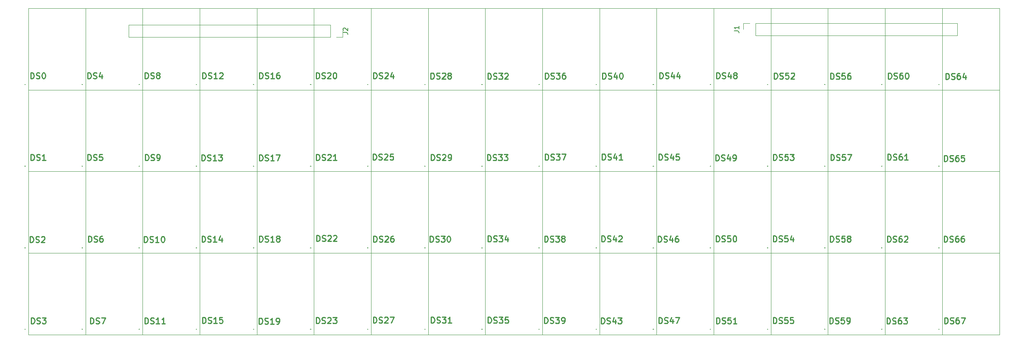
<source format=gbr>
%TF.GenerationSoftware,KiCad,Pcbnew,(5.1.10)-1*%
%TF.CreationDate,2022-03-07T16:55:32-05:00*%
%TF.ProjectId,ManySegmentDisplay,4d616e79-5365-4676-9d65-6e7444697370,rev?*%
%TF.SameCoordinates,Original*%
%TF.FileFunction,Legend,Top*%
%TF.FilePolarity,Positive*%
%FSLAX46Y46*%
G04 Gerber Fmt 4.6, Leading zero omitted, Abs format (unit mm)*
G04 Created by KiCad (PCBNEW (5.1.10)-1) date 2022-03-07 16:55:32*
%MOMM*%
%LPD*%
G01*
G04 APERTURE LIST*
%ADD10C,0.200000*%
%ADD11C,0.100000*%
%ADD12C,0.120000*%
%ADD13C,0.254000*%
%ADD14C,0.150000*%
G04 APERTURE END LIST*
D10*
%TO.C,DS32*%
X150830000Y-86210000D02*
X150830000Y-86210000D01*
X150930000Y-86210000D02*
X150930000Y-86210000D01*
X150830000Y-86210000D02*
X150830000Y-86210000D01*
D11*
X151585000Y-87340000D02*
X151585000Y-69840000D01*
X163835000Y-87340000D02*
X151585000Y-87340000D01*
X163835000Y-69840000D02*
X163835000Y-87340000D01*
X151585000Y-69840000D02*
X163835000Y-69840000D01*
D10*
X150930000Y-86210000D02*
G75*
G02*
X150830000Y-86210000I-50000J0D01*
G01*
X150830000Y-86210000D02*
G75*
G02*
X150930000Y-86210000I50000J0D01*
G01*
X150930000Y-86210000D02*
G75*
G02*
X150830000Y-86210000I-50000J0D01*
G01*
%TO.C,DS6*%
X65080000Y-121210000D02*
X65080000Y-121210000D01*
X65180000Y-121210000D02*
X65180000Y-121210000D01*
X65080000Y-121210000D02*
X65080000Y-121210000D01*
D11*
X65835000Y-122340000D02*
X65835000Y-104840000D01*
X78085000Y-122340000D02*
X65835000Y-122340000D01*
X78085000Y-104840000D02*
X78085000Y-122340000D01*
X65835000Y-104840000D02*
X78085000Y-104840000D01*
D10*
X65180000Y-121210000D02*
G75*
G02*
X65080000Y-121210000I-50000J0D01*
G01*
X65080000Y-121210000D02*
G75*
G02*
X65180000Y-121210000I50000J0D01*
G01*
X65180000Y-121210000D02*
G75*
G02*
X65080000Y-121210000I-50000J0D01*
G01*
%TO.C,DS4*%
X65080000Y-86210000D02*
X65080000Y-86210000D01*
X65180000Y-86210000D02*
X65180000Y-86210000D01*
X65080000Y-86210000D02*
X65080000Y-86210000D01*
D11*
X65835000Y-87340000D02*
X65835000Y-69840000D01*
X78085000Y-87340000D02*
X65835000Y-87340000D01*
X78085000Y-69840000D02*
X78085000Y-87340000D01*
X65835000Y-69840000D02*
X78085000Y-69840000D01*
D10*
X65180000Y-86210000D02*
G75*
G02*
X65080000Y-86210000I-50000J0D01*
G01*
X65080000Y-86210000D02*
G75*
G02*
X65180000Y-86210000I50000J0D01*
G01*
X65180000Y-86210000D02*
G75*
G02*
X65080000Y-86210000I-50000J0D01*
G01*
D11*
%TO.C,DS7*%
X65835000Y-122340000D02*
X78085000Y-122340000D01*
X78085000Y-122340000D02*
X78085000Y-139840000D01*
X78085000Y-139840000D02*
X65835000Y-139840000D01*
X65835000Y-139840000D02*
X65835000Y-122340000D01*
D10*
X65080000Y-138710000D02*
X65080000Y-138710000D01*
X65180000Y-138710000D02*
X65180000Y-138710000D01*
X65080000Y-138710000D02*
X65080000Y-138710000D01*
X65180000Y-138710000D02*
G75*
G02*
X65080000Y-138710000I-50000J0D01*
G01*
X65080000Y-138710000D02*
G75*
G02*
X65180000Y-138710000I50000J0D01*
G01*
X65180000Y-138710000D02*
G75*
G02*
X65080000Y-138710000I-50000J0D01*
G01*
%TO.C,DS3*%
X52830000Y-138710000D02*
X52830000Y-138710000D01*
X52930000Y-138710000D02*
X52930000Y-138710000D01*
X52830000Y-138710000D02*
X52830000Y-138710000D01*
D11*
X53585000Y-139840000D02*
X53585000Y-122340000D01*
X65835000Y-139840000D02*
X53585000Y-139840000D01*
X65835000Y-122340000D02*
X65835000Y-139840000D01*
X53585000Y-122340000D02*
X65835000Y-122340000D01*
D10*
X52930000Y-138710000D02*
G75*
G02*
X52830000Y-138710000I-50000J0D01*
G01*
X52830000Y-138710000D02*
G75*
G02*
X52930000Y-138710000I50000J0D01*
G01*
X52930000Y-138710000D02*
G75*
G02*
X52830000Y-138710000I-50000J0D01*
G01*
D12*
%TO.C,J2*%
X120960000Y-74710000D02*
X120960000Y-76040000D01*
X120960000Y-76040000D02*
X119630000Y-76040000D01*
X118360000Y-76040000D02*
X75120000Y-76040000D01*
X75120000Y-73380000D02*
X75120000Y-76040000D01*
X118360000Y-73380000D02*
X75120000Y-73380000D01*
X118360000Y-73380000D02*
X118360000Y-76040000D01*
%TO.C,J1*%
X206950000Y-74360000D02*
X206950000Y-73030000D01*
X206950000Y-73030000D02*
X208280000Y-73030000D01*
X209550000Y-73030000D02*
X252790000Y-73030000D01*
X252790000Y-75690000D02*
X252790000Y-73030000D01*
X209550000Y-75690000D02*
X252790000Y-75690000D01*
X209550000Y-75690000D02*
X209550000Y-73030000D01*
D10*
%TO.C,DS67*%
X248830000Y-138710000D02*
X248830000Y-138710000D01*
X248930000Y-138710000D02*
X248930000Y-138710000D01*
X248830000Y-138710000D02*
X248830000Y-138710000D01*
D11*
X249585000Y-139840000D02*
X249585000Y-122340000D01*
X261835000Y-139840000D02*
X249585000Y-139840000D01*
X261835000Y-122340000D02*
X261835000Y-139840000D01*
X249585000Y-122340000D02*
X261835000Y-122340000D01*
D10*
X248930000Y-138710000D02*
G75*
G02*
X248830000Y-138710000I-50000J0D01*
G01*
X248830000Y-138710000D02*
G75*
G02*
X248930000Y-138710000I50000J0D01*
G01*
X248930000Y-138710000D02*
G75*
G02*
X248830000Y-138710000I-50000J0D01*
G01*
%TO.C,DS66*%
X248830000Y-121210000D02*
X248830000Y-121210000D01*
X248930000Y-121210000D02*
X248930000Y-121210000D01*
X248830000Y-121210000D02*
X248830000Y-121210000D01*
D11*
X249585000Y-122340000D02*
X249585000Y-104840000D01*
X261835000Y-122340000D02*
X249585000Y-122340000D01*
X261835000Y-104840000D02*
X261835000Y-122340000D01*
X249585000Y-104840000D02*
X261835000Y-104840000D01*
D10*
X248930000Y-121210000D02*
G75*
G02*
X248830000Y-121210000I-50000J0D01*
G01*
X248830000Y-121210000D02*
G75*
G02*
X248930000Y-121210000I50000J0D01*
G01*
X248930000Y-121210000D02*
G75*
G02*
X248830000Y-121210000I-50000J0D01*
G01*
%TO.C,DS65*%
X248830000Y-103710000D02*
X248830000Y-103710000D01*
X248930000Y-103710000D02*
X248930000Y-103710000D01*
X248830000Y-103710000D02*
X248830000Y-103710000D01*
D11*
X249585000Y-104840000D02*
X249585000Y-87340000D01*
X261835000Y-104840000D02*
X249585000Y-104840000D01*
X261835000Y-87340000D02*
X261835000Y-104840000D01*
X249585000Y-87340000D02*
X261835000Y-87340000D01*
D10*
X248930000Y-103710000D02*
G75*
G02*
X248830000Y-103710000I-50000J0D01*
G01*
X248830000Y-103710000D02*
G75*
G02*
X248930000Y-103710000I50000J0D01*
G01*
X248930000Y-103710000D02*
G75*
G02*
X248830000Y-103710000I-50000J0D01*
G01*
%TO.C,DS64*%
X248830000Y-86210000D02*
X248830000Y-86210000D01*
X248930000Y-86210000D02*
X248930000Y-86210000D01*
X248830000Y-86210000D02*
X248830000Y-86210000D01*
D11*
X249585000Y-87340000D02*
X249585000Y-69840000D01*
X261835000Y-87340000D02*
X249585000Y-87340000D01*
X261835000Y-69840000D02*
X261835000Y-87340000D01*
X249585000Y-69840000D02*
X261835000Y-69840000D01*
D10*
X248930000Y-86210000D02*
G75*
G02*
X248830000Y-86210000I-50000J0D01*
G01*
X248830000Y-86210000D02*
G75*
G02*
X248930000Y-86210000I50000J0D01*
G01*
X248930000Y-86210000D02*
G75*
G02*
X248830000Y-86210000I-50000J0D01*
G01*
%TO.C,DS63*%
X236580000Y-138710000D02*
X236580000Y-138710000D01*
X236680000Y-138710000D02*
X236680000Y-138710000D01*
X236580000Y-138710000D02*
X236580000Y-138710000D01*
D11*
X237335000Y-139840000D02*
X237335000Y-122340000D01*
X249585000Y-139840000D02*
X237335000Y-139840000D01*
X249585000Y-122340000D02*
X249585000Y-139840000D01*
X237335000Y-122340000D02*
X249585000Y-122340000D01*
D10*
X236680000Y-138710000D02*
G75*
G02*
X236580000Y-138710000I-50000J0D01*
G01*
X236580000Y-138710000D02*
G75*
G02*
X236680000Y-138710000I50000J0D01*
G01*
X236680000Y-138710000D02*
G75*
G02*
X236580000Y-138710000I-50000J0D01*
G01*
%TO.C,DS62*%
X236580000Y-121210000D02*
X236580000Y-121210000D01*
X236680000Y-121210000D02*
X236680000Y-121210000D01*
X236580000Y-121210000D02*
X236580000Y-121210000D01*
D11*
X237335000Y-122340000D02*
X237335000Y-104840000D01*
X249585000Y-122340000D02*
X237335000Y-122340000D01*
X249585000Y-104840000D02*
X249585000Y-122340000D01*
X237335000Y-104840000D02*
X249585000Y-104840000D01*
D10*
X236680000Y-121210000D02*
G75*
G02*
X236580000Y-121210000I-50000J0D01*
G01*
X236580000Y-121210000D02*
G75*
G02*
X236680000Y-121210000I50000J0D01*
G01*
X236680000Y-121210000D02*
G75*
G02*
X236580000Y-121210000I-50000J0D01*
G01*
%TO.C,DS61*%
X236580000Y-103710000D02*
X236580000Y-103710000D01*
X236680000Y-103710000D02*
X236680000Y-103710000D01*
X236580000Y-103710000D02*
X236580000Y-103710000D01*
D11*
X237335000Y-104840000D02*
X237335000Y-87340000D01*
X249585000Y-104840000D02*
X237335000Y-104840000D01*
X249585000Y-87340000D02*
X249585000Y-104840000D01*
X237335000Y-87340000D02*
X249585000Y-87340000D01*
D10*
X236680000Y-103710000D02*
G75*
G02*
X236580000Y-103710000I-50000J0D01*
G01*
X236580000Y-103710000D02*
G75*
G02*
X236680000Y-103710000I50000J0D01*
G01*
X236680000Y-103710000D02*
G75*
G02*
X236580000Y-103710000I-50000J0D01*
G01*
%TO.C,DS60*%
X236580000Y-86210000D02*
X236580000Y-86210000D01*
X236680000Y-86210000D02*
X236680000Y-86210000D01*
X236580000Y-86210000D02*
X236580000Y-86210000D01*
D11*
X237335000Y-87340000D02*
X237335000Y-69840000D01*
X249585000Y-87340000D02*
X237335000Y-87340000D01*
X249585000Y-69840000D02*
X249585000Y-87340000D01*
X237335000Y-69840000D02*
X249585000Y-69840000D01*
D10*
X236680000Y-86210000D02*
G75*
G02*
X236580000Y-86210000I-50000J0D01*
G01*
X236580000Y-86210000D02*
G75*
G02*
X236680000Y-86210000I50000J0D01*
G01*
X236680000Y-86210000D02*
G75*
G02*
X236580000Y-86210000I-50000J0D01*
G01*
%TO.C,DS59*%
X224330000Y-138710000D02*
X224330000Y-138710000D01*
X224430000Y-138710000D02*
X224430000Y-138710000D01*
X224330000Y-138710000D02*
X224330000Y-138710000D01*
D11*
X225085000Y-139840000D02*
X225085000Y-122340000D01*
X237335000Y-139840000D02*
X225085000Y-139840000D01*
X237335000Y-122340000D02*
X237335000Y-139840000D01*
X225085000Y-122340000D02*
X237335000Y-122340000D01*
D10*
X224430000Y-138710000D02*
G75*
G02*
X224330000Y-138710000I-50000J0D01*
G01*
X224330000Y-138710000D02*
G75*
G02*
X224430000Y-138710000I50000J0D01*
G01*
X224430000Y-138710000D02*
G75*
G02*
X224330000Y-138710000I-50000J0D01*
G01*
%TO.C,DS58*%
X224330000Y-121210000D02*
X224330000Y-121210000D01*
X224430000Y-121210000D02*
X224430000Y-121210000D01*
X224330000Y-121210000D02*
X224330000Y-121210000D01*
D11*
X225085000Y-122340000D02*
X225085000Y-104840000D01*
X237335000Y-122340000D02*
X225085000Y-122340000D01*
X237335000Y-104840000D02*
X237335000Y-122340000D01*
X225085000Y-104840000D02*
X237335000Y-104840000D01*
D10*
X224430000Y-121210000D02*
G75*
G02*
X224330000Y-121210000I-50000J0D01*
G01*
X224330000Y-121210000D02*
G75*
G02*
X224430000Y-121210000I50000J0D01*
G01*
X224430000Y-121210000D02*
G75*
G02*
X224330000Y-121210000I-50000J0D01*
G01*
%TO.C,DS57*%
X224330000Y-103710000D02*
X224330000Y-103710000D01*
X224430000Y-103710000D02*
X224430000Y-103710000D01*
X224330000Y-103710000D02*
X224330000Y-103710000D01*
D11*
X225085000Y-104840000D02*
X225085000Y-87340000D01*
X237335000Y-104840000D02*
X225085000Y-104840000D01*
X237335000Y-87340000D02*
X237335000Y-104840000D01*
X225085000Y-87340000D02*
X237335000Y-87340000D01*
D10*
X224430000Y-103710000D02*
G75*
G02*
X224330000Y-103710000I-50000J0D01*
G01*
X224330000Y-103710000D02*
G75*
G02*
X224430000Y-103710000I50000J0D01*
G01*
X224430000Y-103710000D02*
G75*
G02*
X224330000Y-103710000I-50000J0D01*
G01*
%TO.C,DS56*%
X224330000Y-86210000D02*
X224330000Y-86210000D01*
X224430000Y-86210000D02*
X224430000Y-86210000D01*
X224330000Y-86210000D02*
X224330000Y-86210000D01*
D11*
X225085000Y-87340000D02*
X225085000Y-69840000D01*
X237335000Y-87340000D02*
X225085000Y-87340000D01*
X237335000Y-69840000D02*
X237335000Y-87340000D01*
X225085000Y-69840000D02*
X237335000Y-69840000D01*
D10*
X224430000Y-86210000D02*
G75*
G02*
X224330000Y-86210000I-50000J0D01*
G01*
X224330000Y-86210000D02*
G75*
G02*
X224430000Y-86210000I50000J0D01*
G01*
X224430000Y-86210000D02*
G75*
G02*
X224330000Y-86210000I-50000J0D01*
G01*
%TO.C,DS55*%
X212080000Y-138710000D02*
X212080000Y-138710000D01*
X212180000Y-138710000D02*
X212180000Y-138710000D01*
X212080000Y-138710000D02*
X212080000Y-138710000D01*
D11*
X212835000Y-139840000D02*
X212835000Y-122340000D01*
X225085000Y-139840000D02*
X212835000Y-139840000D01*
X225085000Y-122340000D02*
X225085000Y-139840000D01*
X212835000Y-122340000D02*
X225085000Y-122340000D01*
D10*
X212180000Y-138710000D02*
G75*
G02*
X212080000Y-138710000I-50000J0D01*
G01*
X212080000Y-138710000D02*
G75*
G02*
X212180000Y-138710000I50000J0D01*
G01*
X212180000Y-138710000D02*
G75*
G02*
X212080000Y-138710000I-50000J0D01*
G01*
%TO.C,DS54*%
X212080000Y-121210000D02*
X212080000Y-121210000D01*
X212180000Y-121210000D02*
X212180000Y-121210000D01*
X212080000Y-121210000D02*
X212080000Y-121210000D01*
D11*
X212835000Y-122340000D02*
X212835000Y-104840000D01*
X225085000Y-122340000D02*
X212835000Y-122340000D01*
X225085000Y-104840000D02*
X225085000Y-122340000D01*
X212835000Y-104840000D02*
X225085000Y-104840000D01*
D10*
X212180000Y-121210000D02*
G75*
G02*
X212080000Y-121210000I-50000J0D01*
G01*
X212080000Y-121210000D02*
G75*
G02*
X212180000Y-121210000I50000J0D01*
G01*
X212180000Y-121210000D02*
G75*
G02*
X212080000Y-121210000I-50000J0D01*
G01*
%TO.C,DS53*%
X212080000Y-103710000D02*
X212080000Y-103710000D01*
X212180000Y-103710000D02*
X212180000Y-103710000D01*
X212080000Y-103710000D02*
X212080000Y-103710000D01*
D11*
X212835000Y-104840000D02*
X212835000Y-87340000D01*
X225085000Y-104840000D02*
X212835000Y-104840000D01*
X225085000Y-87340000D02*
X225085000Y-104840000D01*
X212835000Y-87340000D02*
X225085000Y-87340000D01*
D10*
X212180000Y-103710000D02*
G75*
G02*
X212080000Y-103710000I-50000J0D01*
G01*
X212080000Y-103710000D02*
G75*
G02*
X212180000Y-103710000I50000J0D01*
G01*
X212180000Y-103710000D02*
G75*
G02*
X212080000Y-103710000I-50000J0D01*
G01*
%TO.C,DS52*%
X212080000Y-86210000D02*
X212080000Y-86210000D01*
X212180000Y-86210000D02*
X212180000Y-86210000D01*
X212080000Y-86210000D02*
X212080000Y-86210000D01*
D11*
X212835000Y-87340000D02*
X212835000Y-69840000D01*
X225085000Y-87340000D02*
X212835000Y-87340000D01*
X225085000Y-69840000D02*
X225085000Y-87340000D01*
X212835000Y-69840000D02*
X225085000Y-69840000D01*
D10*
X212180000Y-86210000D02*
G75*
G02*
X212080000Y-86210000I-50000J0D01*
G01*
X212080000Y-86210000D02*
G75*
G02*
X212180000Y-86210000I50000J0D01*
G01*
X212180000Y-86210000D02*
G75*
G02*
X212080000Y-86210000I-50000J0D01*
G01*
%TO.C,DS51*%
X199830000Y-138710000D02*
X199830000Y-138710000D01*
X199930000Y-138710000D02*
X199930000Y-138710000D01*
X199830000Y-138710000D02*
X199830000Y-138710000D01*
D11*
X200585000Y-139840000D02*
X200585000Y-122340000D01*
X212835000Y-139840000D02*
X200585000Y-139840000D01*
X212835000Y-122340000D02*
X212835000Y-139840000D01*
X200585000Y-122340000D02*
X212835000Y-122340000D01*
D10*
X199930000Y-138710000D02*
G75*
G02*
X199830000Y-138710000I-50000J0D01*
G01*
X199830000Y-138710000D02*
G75*
G02*
X199930000Y-138710000I50000J0D01*
G01*
X199930000Y-138710000D02*
G75*
G02*
X199830000Y-138710000I-50000J0D01*
G01*
%TO.C,DS50*%
X199830000Y-121210000D02*
X199830000Y-121210000D01*
X199930000Y-121210000D02*
X199930000Y-121210000D01*
X199830000Y-121210000D02*
X199830000Y-121210000D01*
D11*
X200585000Y-122340000D02*
X200585000Y-104840000D01*
X212835000Y-122340000D02*
X200585000Y-122340000D01*
X212835000Y-104840000D02*
X212835000Y-122340000D01*
X200585000Y-104840000D02*
X212835000Y-104840000D01*
D10*
X199930000Y-121210000D02*
G75*
G02*
X199830000Y-121210000I-50000J0D01*
G01*
X199830000Y-121210000D02*
G75*
G02*
X199930000Y-121210000I50000J0D01*
G01*
X199930000Y-121210000D02*
G75*
G02*
X199830000Y-121210000I-50000J0D01*
G01*
%TO.C,DS49*%
X199830000Y-103710000D02*
X199830000Y-103710000D01*
X199930000Y-103710000D02*
X199930000Y-103710000D01*
X199830000Y-103710000D02*
X199830000Y-103710000D01*
D11*
X200585000Y-104840000D02*
X200585000Y-87340000D01*
X212835000Y-104840000D02*
X200585000Y-104840000D01*
X212835000Y-87340000D02*
X212835000Y-104840000D01*
X200585000Y-87340000D02*
X212835000Y-87340000D01*
D10*
X199930000Y-103710000D02*
G75*
G02*
X199830000Y-103710000I-50000J0D01*
G01*
X199830000Y-103710000D02*
G75*
G02*
X199930000Y-103710000I50000J0D01*
G01*
X199930000Y-103710000D02*
G75*
G02*
X199830000Y-103710000I-50000J0D01*
G01*
%TO.C,DS48*%
X199830000Y-86210000D02*
X199830000Y-86210000D01*
X199930000Y-86210000D02*
X199930000Y-86210000D01*
X199830000Y-86210000D02*
X199830000Y-86210000D01*
D11*
X200585000Y-87340000D02*
X200585000Y-69840000D01*
X212835000Y-87340000D02*
X200585000Y-87340000D01*
X212835000Y-69840000D02*
X212835000Y-87340000D01*
X200585000Y-69840000D02*
X212835000Y-69840000D01*
D10*
X199930000Y-86210000D02*
G75*
G02*
X199830000Y-86210000I-50000J0D01*
G01*
X199830000Y-86210000D02*
G75*
G02*
X199930000Y-86210000I50000J0D01*
G01*
X199930000Y-86210000D02*
G75*
G02*
X199830000Y-86210000I-50000J0D01*
G01*
%TO.C,DS47*%
X187580000Y-138710000D02*
X187580000Y-138710000D01*
X187680000Y-138710000D02*
X187680000Y-138710000D01*
X187580000Y-138710000D02*
X187580000Y-138710000D01*
D11*
X188335000Y-139840000D02*
X188335000Y-122340000D01*
X200585000Y-139840000D02*
X188335000Y-139840000D01*
X200585000Y-122340000D02*
X200585000Y-139840000D01*
X188335000Y-122340000D02*
X200585000Y-122340000D01*
D10*
X187680000Y-138710000D02*
G75*
G02*
X187580000Y-138710000I-50000J0D01*
G01*
X187580000Y-138710000D02*
G75*
G02*
X187680000Y-138710000I50000J0D01*
G01*
X187680000Y-138710000D02*
G75*
G02*
X187580000Y-138710000I-50000J0D01*
G01*
%TO.C,DS46*%
X187580000Y-121210000D02*
X187580000Y-121210000D01*
X187680000Y-121210000D02*
X187680000Y-121210000D01*
X187580000Y-121210000D02*
X187580000Y-121210000D01*
D11*
X188335000Y-122340000D02*
X188335000Y-104840000D01*
X200585000Y-122340000D02*
X188335000Y-122340000D01*
X200585000Y-104840000D02*
X200585000Y-122340000D01*
X188335000Y-104840000D02*
X200585000Y-104840000D01*
D10*
X187680000Y-121210000D02*
G75*
G02*
X187580000Y-121210000I-50000J0D01*
G01*
X187580000Y-121210000D02*
G75*
G02*
X187680000Y-121210000I50000J0D01*
G01*
X187680000Y-121210000D02*
G75*
G02*
X187580000Y-121210000I-50000J0D01*
G01*
%TO.C,DS45*%
X187580000Y-103710000D02*
X187580000Y-103710000D01*
X187680000Y-103710000D02*
X187680000Y-103710000D01*
X187580000Y-103710000D02*
X187580000Y-103710000D01*
D11*
X188335000Y-104840000D02*
X188335000Y-87340000D01*
X200585000Y-104840000D02*
X188335000Y-104840000D01*
X200585000Y-87340000D02*
X200585000Y-104840000D01*
X188335000Y-87340000D02*
X200585000Y-87340000D01*
D10*
X187680000Y-103710000D02*
G75*
G02*
X187580000Y-103710000I-50000J0D01*
G01*
X187580000Y-103710000D02*
G75*
G02*
X187680000Y-103710000I50000J0D01*
G01*
X187680000Y-103710000D02*
G75*
G02*
X187580000Y-103710000I-50000J0D01*
G01*
%TO.C,DS44*%
X187580000Y-86210000D02*
X187580000Y-86210000D01*
X187680000Y-86210000D02*
X187680000Y-86210000D01*
X187580000Y-86210000D02*
X187580000Y-86210000D01*
D11*
X188335000Y-87340000D02*
X188335000Y-69840000D01*
X200585000Y-87340000D02*
X188335000Y-87340000D01*
X200585000Y-69840000D02*
X200585000Y-87340000D01*
X188335000Y-69840000D02*
X200585000Y-69840000D01*
D10*
X187680000Y-86210000D02*
G75*
G02*
X187580000Y-86210000I-50000J0D01*
G01*
X187580000Y-86210000D02*
G75*
G02*
X187680000Y-86210000I50000J0D01*
G01*
X187680000Y-86210000D02*
G75*
G02*
X187580000Y-86210000I-50000J0D01*
G01*
%TO.C,DS43*%
X175330000Y-138710000D02*
X175330000Y-138710000D01*
X175430000Y-138710000D02*
X175430000Y-138710000D01*
X175330000Y-138710000D02*
X175330000Y-138710000D01*
D11*
X176085000Y-139840000D02*
X176085000Y-122340000D01*
X188335000Y-139840000D02*
X176085000Y-139840000D01*
X188335000Y-122340000D02*
X188335000Y-139840000D01*
X176085000Y-122340000D02*
X188335000Y-122340000D01*
D10*
X175430000Y-138710000D02*
G75*
G02*
X175330000Y-138710000I-50000J0D01*
G01*
X175330000Y-138710000D02*
G75*
G02*
X175430000Y-138710000I50000J0D01*
G01*
X175430000Y-138710000D02*
G75*
G02*
X175330000Y-138710000I-50000J0D01*
G01*
%TO.C,DS42*%
X175330000Y-121210000D02*
X175330000Y-121210000D01*
X175430000Y-121210000D02*
X175430000Y-121210000D01*
X175330000Y-121210000D02*
X175330000Y-121210000D01*
D11*
X176085000Y-122340000D02*
X176085000Y-104840000D01*
X188335000Y-122340000D02*
X176085000Y-122340000D01*
X188335000Y-104840000D02*
X188335000Y-122340000D01*
X176085000Y-104840000D02*
X188335000Y-104840000D01*
D10*
X175430000Y-121210000D02*
G75*
G02*
X175330000Y-121210000I-50000J0D01*
G01*
X175330000Y-121210000D02*
G75*
G02*
X175430000Y-121210000I50000J0D01*
G01*
X175430000Y-121210000D02*
G75*
G02*
X175330000Y-121210000I-50000J0D01*
G01*
%TO.C,DS41*%
X175330000Y-103710000D02*
X175330000Y-103710000D01*
X175430000Y-103710000D02*
X175430000Y-103710000D01*
X175330000Y-103710000D02*
X175330000Y-103710000D01*
D11*
X176085000Y-104840000D02*
X176085000Y-87340000D01*
X188335000Y-104840000D02*
X176085000Y-104840000D01*
X188335000Y-87340000D02*
X188335000Y-104840000D01*
X176085000Y-87340000D02*
X188335000Y-87340000D01*
D10*
X175430000Y-103710000D02*
G75*
G02*
X175330000Y-103710000I-50000J0D01*
G01*
X175330000Y-103710000D02*
G75*
G02*
X175430000Y-103710000I50000J0D01*
G01*
X175430000Y-103710000D02*
G75*
G02*
X175330000Y-103710000I-50000J0D01*
G01*
%TO.C,DS40*%
X175330000Y-86210000D02*
X175330000Y-86210000D01*
X175430000Y-86210000D02*
X175430000Y-86210000D01*
X175330000Y-86210000D02*
X175330000Y-86210000D01*
D11*
X176085000Y-87340000D02*
X176085000Y-69840000D01*
X188335000Y-87340000D02*
X176085000Y-87340000D01*
X188335000Y-69840000D02*
X188335000Y-87340000D01*
X176085000Y-69840000D02*
X188335000Y-69840000D01*
D10*
X175430000Y-86210000D02*
G75*
G02*
X175330000Y-86210000I-50000J0D01*
G01*
X175330000Y-86210000D02*
G75*
G02*
X175430000Y-86210000I50000J0D01*
G01*
X175430000Y-86210000D02*
G75*
G02*
X175330000Y-86210000I-50000J0D01*
G01*
%TO.C,DS39*%
X163080000Y-138710000D02*
X163080000Y-138710000D01*
X163180000Y-138710000D02*
X163180000Y-138710000D01*
X163080000Y-138710000D02*
X163080000Y-138710000D01*
D11*
X163835000Y-139840000D02*
X163835000Y-122340000D01*
X176085000Y-139840000D02*
X163835000Y-139840000D01*
X176085000Y-122340000D02*
X176085000Y-139840000D01*
X163835000Y-122340000D02*
X176085000Y-122340000D01*
D10*
X163180000Y-138710000D02*
G75*
G02*
X163080000Y-138710000I-50000J0D01*
G01*
X163080000Y-138710000D02*
G75*
G02*
X163180000Y-138710000I50000J0D01*
G01*
X163180000Y-138710000D02*
G75*
G02*
X163080000Y-138710000I-50000J0D01*
G01*
%TO.C,DS38*%
X163080000Y-121210000D02*
X163080000Y-121210000D01*
X163180000Y-121210000D02*
X163180000Y-121210000D01*
X163080000Y-121210000D02*
X163080000Y-121210000D01*
D11*
X163835000Y-122340000D02*
X163835000Y-104840000D01*
X176085000Y-122340000D02*
X163835000Y-122340000D01*
X176085000Y-104840000D02*
X176085000Y-122340000D01*
X163835000Y-104840000D02*
X176085000Y-104840000D01*
D10*
X163180000Y-121210000D02*
G75*
G02*
X163080000Y-121210000I-50000J0D01*
G01*
X163080000Y-121210000D02*
G75*
G02*
X163180000Y-121210000I50000J0D01*
G01*
X163180000Y-121210000D02*
G75*
G02*
X163080000Y-121210000I-50000J0D01*
G01*
%TO.C,DS37*%
X163080000Y-103710000D02*
X163080000Y-103710000D01*
X163180000Y-103710000D02*
X163180000Y-103710000D01*
X163080000Y-103710000D02*
X163080000Y-103710000D01*
D11*
X163835000Y-104840000D02*
X163835000Y-87340000D01*
X176085000Y-104840000D02*
X163835000Y-104840000D01*
X176085000Y-87340000D02*
X176085000Y-104840000D01*
X163835000Y-87340000D02*
X176085000Y-87340000D01*
D10*
X163180000Y-103710000D02*
G75*
G02*
X163080000Y-103710000I-50000J0D01*
G01*
X163080000Y-103710000D02*
G75*
G02*
X163180000Y-103710000I50000J0D01*
G01*
X163180000Y-103710000D02*
G75*
G02*
X163080000Y-103710000I-50000J0D01*
G01*
%TO.C,DS36*%
X163080000Y-86210000D02*
X163080000Y-86210000D01*
X163180000Y-86210000D02*
X163180000Y-86210000D01*
X163080000Y-86210000D02*
X163080000Y-86210000D01*
D11*
X163835000Y-87340000D02*
X163835000Y-69840000D01*
X176085000Y-87340000D02*
X163835000Y-87340000D01*
X176085000Y-69840000D02*
X176085000Y-87340000D01*
X163835000Y-69840000D02*
X176085000Y-69840000D01*
D10*
X163180000Y-86210000D02*
G75*
G02*
X163080000Y-86210000I-50000J0D01*
G01*
X163080000Y-86210000D02*
G75*
G02*
X163180000Y-86210000I50000J0D01*
G01*
X163180000Y-86210000D02*
G75*
G02*
X163080000Y-86210000I-50000J0D01*
G01*
%TO.C,DS35*%
X150830000Y-138710000D02*
X150830000Y-138710000D01*
X150930000Y-138710000D02*
X150930000Y-138710000D01*
X150830000Y-138710000D02*
X150830000Y-138710000D01*
D11*
X151585000Y-139840000D02*
X151585000Y-122340000D01*
X163835000Y-139840000D02*
X151585000Y-139840000D01*
X163835000Y-122340000D02*
X163835000Y-139840000D01*
X151585000Y-122340000D02*
X163835000Y-122340000D01*
D10*
X150930000Y-138710000D02*
G75*
G02*
X150830000Y-138710000I-50000J0D01*
G01*
X150830000Y-138710000D02*
G75*
G02*
X150930000Y-138710000I50000J0D01*
G01*
X150930000Y-138710000D02*
G75*
G02*
X150830000Y-138710000I-50000J0D01*
G01*
%TO.C,DS34*%
X150830000Y-121210000D02*
X150830000Y-121210000D01*
X150930000Y-121210000D02*
X150930000Y-121210000D01*
X150830000Y-121210000D02*
X150830000Y-121210000D01*
D11*
X151585000Y-122340000D02*
X151585000Y-104840000D01*
X163835000Y-122340000D02*
X151585000Y-122340000D01*
X163835000Y-104840000D02*
X163835000Y-122340000D01*
X151585000Y-104840000D02*
X163835000Y-104840000D01*
D10*
X150930000Y-121210000D02*
G75*
G02*
X150830000Y-121210000I-50000J0D01*
G01*
X150830000Y-121210000D02*
G75*
G02*
X150930000Y-121210000I50000J0D01*
G01*
X150930000Y-121210000D02*
G75*
G02*
X150830000Y-121210000I-50000J0D01*
G01*
%TO.C,DS33*%
X150830000Y-103710000D02*
X150830000Y-103710000D01*
X150930000Y-103710000D02*
X150930000Y-103710000D01*
X150830000Y-103710000D02*
X150830000Y-103710000D01*
D11*
X151585000Y-104840000D02*
X151585000Y-87340000D01*
X163835000Y-104840000D02*
X151585000Y-104840000D01*
X163835000Y-87340000D02*
X163835000Y-104840000D01*
X151585000Y-87340000D02*
X163835000Y-87340000D01*
D10*
X150930000Y-103710000D02*
G75*
G02*
X150830000Y-103710000I-50000J0D01*
G01*
X150830000Y-103710000D02*
G75*
G02*
X150930000Y-103710000I50000J0D01*
G01*
X150930000Y-103710000D02*
G75*
G02*
X150830000Y-103710000I-50000J0D01*
G01*
%TO.C,DS31*%
X138580000Y-138710000D02*
X138580000Y-138710000D01*
X138680000Y-138710000D02*
X138680000Y-138710000D01*
X138580000Y-138710000D02*
X138580000Y-138710000D01*
D11*
X139335000Y-139840000D02*
X139335000Y-122340000D01*
X151585000Y-139840000D02*
X139335000Y-139840000D01*
X151585000Y-122340000D02*
X151585000Y-139840000D01*
X139335000Y-122340000D02*
X151585000Y-122340000D01*
D10*
X138680000Y-138710000D02*
G75*
G02*
X138580000Y-138710000I-50000J0D01*
G01*
X138580000Y-138710000D02*
G75*
G02*
X138680000Y-138710000I50000J0D01*
G01*
X138680000Y-138710000D02*
G75*
G02*
X138580000Y-138710000I-50000J0D01*
G01*
%TO.C,DS30*%
X138580000Y-121210000D02*
X138580000Y-121210000D01*
X138680000Y-121210000D02*
X138680000Y-121210000D01*
X138580000Y-121210000D02*
X138580000Y-121210000D01*
D11*
X139335000Y-122340000D02*
X139335000Y-104840000D01*
X151585000Y-122340000D02*
X139335000Y-122340000D01*
X151585000Y-104840000D02*
X151585000Y-122340000D01*
X139335000Y-104840000D02*
X151585000Y-104840000D01*
D10*
X138680000Y-121210000D02*
G75*
G02*
X138580000Y-121210000I-50000J0D01*
G01*
X138580000Y-121210000D02*
G75*
G02*
X138680000Y-121210000I50000J0D01*
G01*
X138680000Y-121210000D02*
G75*
G02*
X138580000Y-121210000I-50000J0D01*
G01*
%TO.C,DS29*%
X138580000Y-103710000D02*
X138580000Y-103710000D01*
X138680000Y-103710000D02*
X138680000Y-103710000D01*
X138580000Y-103710000D02*
X138580000Y-103710000D01*
D11*
X139335000Y-104840000D02*
X139335000Y-87340000D01*
X151585000Y-104840000D02*
X139335000Y-104840000D01*
X151585000Y-87340000D02*
X151585000Y-104840000D01*
X139335000Y-87340000D02*
X151585000Y-87340000D01*
D10*
X138680000Y-103710000D02*
G75*
G02*
X138580000Y-103710000I-50000J0D01*
G01*
X138580000Y-103710000D02*
G75*
G02*
X138680000Y-103710000I50000J0D01*
G01*
X138680000Y-103710000D02*
G75*
G02*
X138580000Y-103710000I-50000J0D01*
G01*
%TO.C,DS28*%
X138580000Y-86210000D02*
X138580000Y-86210000D01*
X138680000Y-86210000D02*
X138680000Y-86210000D01*
X138580000Y-86210000D02*
X138580000Y-86210000D01*
D11*
X139335000Y-87340000D02*
X139335000Y-69840000D01*
X151585000Y-87340000D02*
X139335000Y-87340000D01*
X151585000Y-69840000D02*
X151585000Y-87340000D01*
X139335000Y-69840000D02*
X151585000Y-69840000D01*
D10*
X138680000Y-86210000D02*
G75*
G02*
X138580000Y-86210000I-50000J0D01*
G01*
X138580000Y-86210000D02*
G75*
G02*
X138680000Y-86210000I50000J0D01*
G01*
X138680000Y-86210000D02*
G75*
G02*
X138580000Y-86210000I-50000J0D01*
G01*
%TO.C,DS27*%
X126330000Y-138710000D02*
X126330000Y-138710000D01*
X126430000Y-138710000D02*
X126430000Y-138710000D01*
X126330000Y-138710000D02*
X126330000Y-138710000D01*
D11*
X127085000Y-139840000D02*
X127085000Y-122340000D01*
X139335000Y-139840000D02*
X127085000Y-139840000D01*
X139335000Y-122340000D02*
X139335000Y-139840000D01*
X127085000Y-122340000D02*
X139335000Y-122340000D01*
D10*
X126430000Y-138710000D02*
G75*
G02*
X126330000Y-138710000I-50000J0D01*
G01*
X126330000Y-138710000D02*
G75*
G02*
X126430000Y-138710000I50000J0D01*
G01*
X126430000Y-138710000D02*
G75*
G02*
X126330000Y-138710000I-50000J0D01*
G01*
%TO.C,DS26*%
X126330000Y-121210000D02*
X126330000Y-121210000D01*
X126430000Y-121210000D02*
X126430000Y-121210000D01*
X126330000Y-121210000D02*
X126330000Y-121210000D01*
D11*
X127085000Y-122340000D02*
X127085000Y-104840000D01*
X139335000Y-122340000D02*
X127085000Y-122340000D01*
X139335000Y-104840000D02*
X139335000Y-122340000D01*
X127085000Y-104840000D02*
X139335000Y-104840000D01*
D10*
X126430000Y-121210000D02*
G75*
G02*
X126330000Y-121210000I-50000J0D01*
G01*
X126330000Y-121210000D02*
G75*
G02*
X126430000Y-121210000I50000J0D01*
G01*
X126430000Y-121210000D02*
G75*
G02*
X126330000Y-121210000I-50000J0D01*
G01*
%TO.C,DS25*%
X126330000Y-103710000D02*
X126330000Y-103710000D01*
X126430000Y-103710000D02*
X126430000Y-103710000D01*
X126330000Y-103710000D02*
X126330000Y-103710000D01*
D11*
X127085000Y-104840000D02*
X127085000Y-87340000D01*
X139335000Y-104840000D02*
X127085000Y-104840000D01*
X139335000Y-87340000D02*
X139335000Y-104840000D01*
X127085000Y-87340000D02*
X139335000Y-87340000D01*
D10*
X126430000Y-103710000D02*
G75*
G02*
X126330000Y-103710000I-50000J0D01*
G01*
X126330000Y-103710000D02*
G75*
G02*
X126430000Y-103710000I50000J0D01*
G01*
X126430000Y-103710000D02*
G75*
G02*
X126330000Y-103710000I-50000J0D01*
G01*
%TO.C,DS24*%
X126330000Y-86210000D02*
X126330000Y-86210000D01*
X126430000Y-86210000D02*
X126430000Y-86210000D01*
X126330000Y-86210000D02*
X126330000Y-86210000D01*
D11*
X127085000Y-87340000D02*
X127085000Y-69840000D01*
X139335000Y-87340000D02*
X127085000Y-87340000D01*
X139335000Y-69840000D02*
X139335000Y-87340000D01*
X127085000Y-69840000D02*
X139335000Y-69840000D01*
D10*
X126430000Y-86210000D02*
G75*
G02*
X126330000Y-86210000I-50000J0D01*
G01*
X126330000Y-86210000D02*
G75*
G02*
X126430000Y-86210000I50000J0D01*
G01*
X126430000Y-86210000D02*
G75*
G02*
X126330000Y-86210000I-50000J0D01*
G01*
%TO.C,DS23*%
X114080000Y-138710000D02*
X114080000Y-138710000D01*
X114180000Y-138710000D02*
X114180000Y-138710000D01*
X114080000Y-138710000D02*
X114080000Y-138710000D01*
D11*
X114835000Y-139840000D02*
X114835000Y-122340000D01*
X127085000Y-139840000D02*
X114835000Y-139840000D01*
X127085000Y-122340000D02*
X127085000Y-139840000D01*
X114835000Y-122340000D02*
X127085000Y-122340000D01*
D10*
X114180000Y-138710000D02*
G75*
G02*
X114080000Y-138710000I-50000J0D01*
G01*
X114080000Y-138710000D02*
G75*
G02*
X114180000Y-138710000I50000J0D01*
G01*
X114180000Y-138710000D02*
G75*
G02*
X114080000Y-138710000I-50000J0D01*
G01*
%TO.C,DS22*%
X114080000Y-121210000D02*
X114080000Y-121210000D01*
X114180000Y-121210000D02*
X114180000Y-121210000D01*
X114080000Y-121210000D02*
X114080000Y-121210000D01*
D11*
X114835000Y-122340000D02*
X114835000Y-104840000D01*
X127085000Y-122340000D02*
X114835000Y-122340000D01*
X127085000Y-104840000D02*
X127085000Y-122340000D01*
X114835000Y-104840000D02*
X127085000Y-104840000D01*
D10*
X114180000Y-121210000D02*
G75*
G02*
X114080000Y-121210000I-50000J0D01*
G01*
X114080000Y-121210000D02*
G75*
G02*
X114180000Y-121210000I50000J0D01*
G01*
X114180000Y-121210000D02*
G75*
G02*
X114080000Y-121210000I-50000J0D01*
G01*
%TO.C,DS21*%
X114080000Y-103710000D02*
X114080000Y-103710000D01*
X114180000Y-103710000D02*
X114180000Y-103710000D01*
X114080000Y-103710000D02*
X114080000Y-103710000D01*
D11*
X114835000Y-104840000D02*
X114835000Y-87340000D01*
X127085000Y-104840000D02*
X114835000Y-104840000D01*
X127085000Y-87340000D02*
X127085000Y-104840000D01*
X114835000Y-87340000D02*
X127085000Y-87340000D01*
D10*
X114180000Y-103710000D02*
G75*
G02*
X114080000Y-103710000I-50000J0D01*
G01*
X114080000Y-103710000D02*
G75*
G02*
X114180000Y-103710000I50000J0D01*
G01*
X114180000Y-103710000D02*
G75*
G02*
X114080000Y-103710000I-50000J0D01*
G01*
%TO.C,DS20*%
X114080000Y-86210000D02*
X114080000Y-86210000D01*
X114180000Y-86210000D02*
X114180000Y-86210000D01*
X114080000Y-86210000D02*
X114080000Y-86210000D01*
D11*
X114835000Y-87340000D02*
X114835000Y-69840000D01*
X127085000Y-87340000D02*
X114835000Y-87340000D01*
X127085000Y-69840000D02*
X127085000Y-87340000D01*
X114835000Y-69840000D02*
X127085000Y-69840000D01*
D10*
X114180000Y-86210000D02*
G75*
G02*
X114080000Y-86210000I-50000J0D01*
G01*
X114080000Y-86210000D02*
G75*
G02*
X114180000Y-86210000I50000J0D01*
G01*
X114180000Y-86210000D02*
G75*
G02*
X114080000Y-86210000I-50000J0D01*
G01*
%TO.C,DS19*%
X101830000Y-138710000D02*
X101830000Y-138710000D01*
X101930000Y-138710000D02*
X101930000Y-138710000D01*
X101830000Y-138710000D02*
X101830000Y-138710000D01*
D11*
X102585000Y-139840000D02*
X102585000Y-122340000D01*
X114835000Y-139840000D02*
X102585000Y-139840000D01*
X114835000Y-122340000D02*
X114835000Y-139840000D01*
X102585000Y-122340000D02*
X114835000Y-122340000D01*
D10*
X101930000Y-138710000D02*
G75*
G02*
X101830000Y-138710000I-50000J0D01*
G01*
X101830000Y-138710000D02*
G75*
G02*
X101930000Y-138710000I50000J0D01*
G01*
X101930000Y-138710000D02*
G75*
G02*
X101830000Y-138710000I-50000J0D01*
G01*
%TO.C,DS18*%
X101830000Y-121210000D02*
X101830000Y-121210000D01*
X101930000Y-121210000D02*
X101930000Y-121210000D01*
X101830000Y-121210000D02*
X101830000Y-121210000D01*
D11*
X102585000Y-122340000D02*
X102585000Y-104840000D01*
X114835000Y-122340000D02*
X102585000Y-122340000D01*
X114835000Y-104840000D02*
X114835000Y-122340000D01*
X102585000Y-104840000D02*
X114835000Y-104840000D01*
D10*
X101930000Y-121210000D02*
G75*
G02*
X101830000Y-121210000I-50000J0D01*
G01*
X101830000Y-121210000D02*
G75*
G02*
X101930000Y-121210000I50000J0D01*
G01*
X101930000Y-121210000D02*
G75*
G02*
X101830000Y-121210000I-50000J0D01*
G01*
%TO.C,DS17*%
X101830000Y-103710000D02*
X101830000Y-103710000D01*
X101930000Y-103710000D02*
X101930000Y-103710000D01*
X101830000Y-103710000D02*
X101830000Y-103710000D01*
D11*
X102585000Y-104840000D02*
X102585000Y-87340000D01*
X114835000Y-104840000D02*
X102585000Y-104840000D01*
X114835000Y-87340000D02*
X114835000Y-104840000D01*
X102585000Y-87340000D02*
X114835000Y-87340000D01*
D10*
X101930000Y-103710000D02*
G75*
G02*
X101830000Y-103710000I-50000J0D01*
G01*
X101830000Y-103710000D02*
G75*
G02*
X101930000Y-103710000I50000J0D01*
G01*
X101930000Y-103710000D02*
G75*
G02*
X101830000Y-103710000I-50000J0D01*
G01*
%TO.C,DS16*%
X101830000Y-86210000D02*
X101830000Y-86210000D01*
X101930000Y-86210000D02*
X101930000Y-86210000D01*
X101830000Y-86210000D02*
X101830000Y-86210000D01*
D11*
X102585000Y-87340000D02*
X102585000Y-69840000D01*
X114835000Y-87340000D02*
X102585000Y-87340000D01*
X114835000Y-69840000D02*
X114835000Y-87340000D01*
X102585000Y-69840000D02*
X114835000Y-69840000D01*
D10*
X101930000Y-86210000D02*
G75*
G02*
X101830000Y-86210000I-50000J0D01*
G01*
X101830000Y-86210000D02*
G75*
G02*
X101930000Y-86210000I50000J0D01*
G01*
X101930000Y-86210000D02*
G75*
G02*
X101830000Y-86210000I-50000J0D01*
G01*
%TO.C,DS15*%
X89580000Y-138710000D02*
X89580000Y-138710000D01*
X89680000Y-138710000D02*
X89680000Y-138710000D01*
X89580000Y-138710000D02*
X89580000Y-138710000D01*
D11*
X90335000Y-139840000D02*
X90335000Y-122340000D01*
X102585000Y-139840000D02*
X90335000Y-139840000D01*
X102585000Y-122340000D02*
X102585000Y-139840000D01*
X90335000Y-122340000D02*
X102585000Y-122340000D01*
D10*
X89680000Y-138710000D02*
G75*
G02*
X89580000Y-138710000I-50000J0D01*
G01*
X89580000Y-138710000D02*
G75*
G02*
X89680000Y-138710000I50000J0D01*
G01*
X89680000Y-138710000D02*
G75*
G02*
X89580000Y-138710000I-50000J0D01*
G01*
%TO.C,DS14*%
X89580000Y-121210000D02*
X89580000Y-121210000D01*
X89680000Y-121210000D02*
X89680000Y-121210000D01*
X89580000Y-121210000D02*
X89580000Y-121210000D01*
D11*
X90335000Y-122340000D02*
X90335000Y-104840000D01*
X102585000Y-122340000D02*
X90335000Y-122340000D01*
X102585000Y-104840000D02*
X102585000Y-122340000D01*
X90335000Y-104840000D02*
X102585000Y-104840000D01*
D10*
X89680000Y-121210000D02*
G75*
G02*
X89580000Y-121210000I-50000J0D01*
G01*
X89580000Y-121210000D02*
G75*
G02*
X89680000Y-121210000I50000J0D01*
G01*
X89680000Y-121210000D02*
G75*
G02*
X89580000Y-121210000I-50000J0D01*
G01*
%TO.C,DS13*%
X89580000Y-103710000D02*
X89580000Y-103710000D01*
X89680000Y-103710000D02*
X89680000Y-103710000D01*
X89580000Y-103710000D02*
X89580000Y-103710000D01*
D11*
X90335000Y-104840000D02*
X90335000Y-87340000D01*
X102585000Y-104840000D02*
X90335000Y-104840000D01*
X102585000Y-87340000D02*
X102585000Y-104840000D01*
X90335000Y-87340000D02*
X102585000Y-87340000D01*
D10*
X89680000Y-103710000D02*
G75*
G02*
X89580000Y-103710000I-50000J0D01*
G01*
X89580000Y-103710000D02*
G75*
G02*
X89680000Y-103710000I50000J0D01*
G01*
X89680000Y-103710000D02*
G75*
G02*
X89580000Y-103710000I-50000J0D01*
G01*
%TO.C,DS12*%
X89580000Y-86210000D02*
X89580000Y-86210000D01*
X89680000Y-86210000D02*
X89680000Y-86210000D01*
X89580000Y-86210000D02*
X89580000Y-86210000D01*
D11*
X90335000Y-87340000D02*
X90335000Y-69840000D01*
X102585000Y-87340000D02*
X90335000Y-87340000D01*
X102585000Y-69840000D02*
X102585000Y-87340000D01*
X90335000Y-69840000D02*
X102585000Y-69840000D01*
D10*
X89680000Y-86210000D02*
G75*
G02*
X89580000Y-86210000I-50000J0D01*
G01*
X89580000Y-86210000D02*
G75*
G02*
X89680000Y-86210000I50000J0D01*
G01*
X89680000Y-86210000D02*
G75*
G02*
X89580000Y-86210000I-50000J0D01*
G01*
%TO.C,DS11*%
X77330000Y-138710000D02*
X77330000Y-138710000D01*
X77430000Y-138710000D02*
X77430000Y-138710000D01*
X77330000Y-138710000D02*
X77330000Y-138710000D01*
D11*
X78085000Y-139840000D02*
X78085000Y-122340000D01*
X90335000Y-139840000D02*
X78085000Y-139840000D01*
X90335000Y-122340000D02*
X90335000Y-139840000D01*
X78085000Y-122340000D02*
X90335000Y-122340000D01*
D10*
X77430000Y-138710000D02*
G75*
G02*
X77330000Y-138710000I-50000J0D01*
G01*
X77330000Y-138710000D02*
G75*
G02*
X77430000Y-138710000I50000J0D01*
G01*
X77430000Y-138710000D02*
G75*
G02*
X77330000Y-138710000I-50000J0D01*
G01*
%TO.C,DS10*%
X77330000Y-121210000D02*
X77330000Y-121210000D01*
X77430000Y-121210000D02*
X77430000Y-121210000D01*
X77330000Y-121210000D02*
X77330000Y-121210000D01*
D11*
X78085000Y-122340000D02*
X78085000Y-104840000D01*
X90335000Y-122340000D02*
X78085000Y-122340000D01*
X90335000Y-104840000D02*
X90335000Y-122340000D01*
X78085000Y-104840000D02*
X90335000Y-104840000D01*
D10*
X77430000Y-121210000D02*
G75*
G02*
X77330000Y-121210000I-50000J0D01*
G01*
X77330000Y-121210000D02*
G75*
G02*
X77430000Y-121210000I50000J0D01*
G01*
X77430000Y-121210000D02*
G75*
G02*
X77330000Y-121210000I-50000J0D01*
G01*
%TO.C,DS9*%
X77330000Y-103710000D02*
X77330000Y-103710000D01*
X77430000Y-103710000D02*
X77430000Y-103710000D01*
X77330000Y-103710000D02*
X77330000Y-103710000D01*
D11*
X78085000Y-104840000D02*
X78085000Y-87340000D01*
X90335000Y-104840000D02*
X78085000Y-104840000D01*
X90335000Y-87340000D02*
X90335000Y-104840000D01*
X78085000Y-87340000D02*
X90335000Y-87340000D01*
D10*
X77430000Y-103710000D02*
G75*
G02*
X77330000Y-103710000I-50000J0D01*
G01*
X77330000Y-103710000D02*
G75*
G02*
X77430000Y-103710000I50000J0D01*
G01*
X77430000Y-103710000D02*
G75*
G02*
X77330000Y-103710000I-50000J0D01*
G01*
%TO.C,DS8*%
X77330000Y-86210000D02*
X77330000Y-86210000D01*
X77430000Y-86210000D02*
X77430000Y-86210000D01*
X77330000Y-86210000D02*
X77330000Y-86210000D01*
D11*
X78085000Y-87340000D02*
X78085000Y-69840000D01*
X90335000Y-87340000D02*
X78085000Y-87340000D01*
X90335000Y-69840000D02*
X90335000Y-87340000D01*
X78085000Y-69840000D02*
X90335000Y-69840000D01*
D10*
X77430000Y-86210000D02*
G75*
G02*
X77330000Y-86210000I-50000J0D01*
G01*
X77330000Y-86210000D02*
G75*
G02*
X77430000Y-86210000I50000J0D01*
G01*
X77430000Y-86210000D02*
G75*
G02*
X77330000Y-86210000I-50000J0D01*
G01*
%TO.C,DS5*%
X65080000Y-103710000D02*
X65080000Y-103710000D01*
X65180000Y-103710000D02*
X65180000Y-103710000D01*
X65080000Y-103710000D02*
X65080000Y-103710000D01*
D11*
X65835000Y-104840000D02*
X65835000Y-87340000D01*
X78085000Y-104840000D02*
X65835000Y-104840000D01*
X78085000Y-87340000D02*
X78085000Y-104840000D01*
X65835000Y-87340000D02*
X78085000Y-87340000D01*
D10*
X65180000Y-103710000D02*
G75*
G02*
X65080000Y-103710000I-50000J0D01*
G01*
X65080000Y-103710000D02*
G75*
G02*
X65180000Y-103710000I50000J0D01*
G01*
X65180000Y-103710000D02*
G75*
G02*
X65080000Y-103710000I-50000J0D01*
G01*
%TO.C,DS2*%
X52830000Y-121210000D02*
X52830000Y-121210000D01*
X52930000Y-121210000D02*
X52930000Y-121210000D01*
X52830000Y-121210000D02*
X52830000Y-121210000D01*
D11*
X53585000Y-122340000D02*
X53585000Y-104840000D01*
X65835000Y-122340000D02*
X53585000Y-122340000D01*
X65835000Y-104840000D02*
X65835000Y-122340000D01*
X53585000Y-104840000D02*
X65835000Y-104840000D01*
D10*
X52930000Y-121210000D02*
G75*
G02*
X52830000Y-121210000I-50000J0D01*
G01*
X52830000Y-121210000D02*
G75*
G02*
X52930000Y-121210000I50000J0D01*
G01*
X52930000Y-121210000D02*
G75*
G02*
X52830000Y-121210000I-50000J0D01*
G01*
%TO.C,DS1*%
X52830000Y-103710000D02*
X52830000Y-103710000D01*
X52930000Y-103710000D02*
X52930000Y-103710000D01*
X52830000Y-103710000D02*
X52830000Y-103710000D01*
D11*
X53585000Y-104840000D02*
X53585000Y-87340000D01*
X65835000Y-104840000D02*
X53585000Y-104840000D01*
X65835000Y-87340000D02*
X65835000Y-104840000D01*
X53585000Y-87340000D02*
X65835000Y-87340000D01*
D10*
X52930000Y-103710000D02*
G75*
G02*
X52830000Y-103710000I-50000J0D01*
G01*
X52830000Y-103710000D02*
G75*
G02*
X52930000Y-103710000I50000J0D01*
G01*
X52930000Y-103710000D02*
G75*
G02*
X52830000Y-103710000I-50000J0D01*
G01*
%TO.C,DS0*%
X52830000Y-86210000D02*
X52830000Y-86210000D01*
X52930000Y-86210000D02*
X52930000Y-86210000D01*
X52830000Y-86210000D02*
X52830000Y-86210000D01*
D11*
X53585000Y-87340000D02*
X53585000Y-69840000D01*
X65835000Y-87340000D02*
X53585000Y-87340000D01*
X65835000Y-69840000D02*
X65835000Y-87340000D01*
X53585000Y-69840000D02*
X65835000Y-69840000D01*
D10*
X52930000Y-86210000D02*
G75*
G02*
X52830000Y-86210000I-50000J0D01*
G01*
X52830000Y-86210000D02*
G75*
G02*
X52930000Y-86210000I50000J0D01*
G01*
X52930000Y-86210000D02*
G75*
G02*
X52830000Y-86210000I-50000J0D01*
G01*
%TO.C,DS32*%
D13*
X152108095Y-85034523D02*
X152108095Y-83764523D01*
X152410476Y-83764523D01*
X152591904Y-83825000D01*
X152712857Y-83945952D01*
X152773333Y-84066904D01*
X152833809Y-84308809D01*
X152833809Y-84490238D01*
X152773333Y-84732142D01*
X152712857Y-84853095D01*
X152591904Y-84974047D01*
X152410476Y-85034523D01*
X152108095Y-85034523D01*
X153317619Y-84974047D02*
X153499047Y-85034523D01*
X153801428Y-85034523D01*
X153922380Y-84974047D01*
X153982857Y-84913571D01*
X154043333Y-84792619D01*
X154043333Y-84671666D01*
X153982857Y-84550714D01*
X153922380Y-84490238D01*
X153801428Y-84429761D01*
X153559523Y-84369285D01*
X153438571Y-84308809D01*
X153378095Y-84248333D01*
X153317619Y-84127380D01*
X153317619Y-84006428D01*
X153378095Y-83885476D01*
X153438571Y-83825000D01*
X153559523Y-83764523D01*
X153861904Y-83764523D01*
X154043333Y-83825000D01*
X154466666Y-83764523D02*
X155252857Y-83764523D01*
X154829523Y-84248333D01*
X155010952Y-84248333D01*
X155131904Y-84308809D01*
X155192380Y-84369285D01*
X155252857Y-84490238D01*
X155252857Y-84792619D01*
X155192380Y-84913571D01*
X155131904Y-84974047D01*
X155010952Y-85034523D01*
X154648095Y-85034523D01*
X154527142Y-84974047D01*
X154466666Y-84913571D01*
X155736666Y-83885476D02*
X155797142Y-83825000D01*
X155918095Y-83764523D01*
X156220476Y-83764523D01*
X156341428Y-83825000D01*
X156401904Y-83885476D01*
X156462380Y-84006428D01*
X156462380Y-84127380D01*
X156401904Y-84308809D01*
X155676190Y-85034523D01*
X156462380Y-85034523D01*
%TO.C,DS6*%
X66437857Y-119959523D02*
X66437857Y-118689523D01*
X66740238Y-118689523D01*
X66921666Y-118750000D01*
X67042619Y-118870952D01*
X67103095Y-118991904D01*
X67163571Y-119233809D01*
X67163571Y-119415238D01*
X67103095Y-119657142D01*
X67042619Y-119778095D01*
X66921666Y-119899047D01*
X66740238Y-119959523D01*
X66437857Y-119959523D01*
X67647380Y-119899047D02*
X67828809Y-119959523D01*
X68131190Y-119959523D01*
X68252142Y-119899047D01*
X68312619Y-119838571D01*
X68373095Y-119717619D01*
X68373095Y-119596666D01*
X68312619Y-119475714D01*
X68252142Y-119415238D01*
X68131190Y-119354761D01*
X67889285Y-119294285D01*
X67768333Y-119233809D01*
X67707857Y-119173333D01*
X67647380Y-119052380D01*
X67647380Y-118931428D01*
X67707857Y-118810476D01*
X67768333Y-118750000D01*
X67889285Y-118689523D01*
X68191666Y-118689523D01*
X68373095Y-118750000D01*
X69461666Y-118689523D02*
X69219761Y-118689523D01*
X69098809Y-118750000D01*
X69038333Y-118810476D01*
X68917380Y-118991904D01*
X68856904Y-119233809D01*
X68856904Y-119717619D01*
X68917380Y-119838571D01*
X68977857Y-119899047D01*
X69098809Y-119959523D01*
X69340714Y-119959523D01*
X69461666Y-119899047D01*
X69522142Y-119838571D01*
X69582619Y-119717619D01*
X69582619Y-119415238D01*
X69522142Y-119294285D01*
X69461666Y-119233809D01*
X69340714Y-119173333D01*
X69098809Y-119173333D01*
X68977857Y-119233809D01*
X68917380Y-119294285D01*
X68856904Y-119415238D01*
%TO.C,DS4*%
X66312857Y-84934523D02*
X66312857Y-83664523D01*
X66615238Y-83664523D01*
X66796666Y-83725000D01*
X66917619Y-83845952D01*
X66978095Y-83966904D01*
X67038571Y-84208809D01*
X67038571Y-84390238D01*
X66978095Y-84632142D01*
X66917619Y-84753095D01*
X66796666Y-84874047D01*
X66615238Y-84934523D01*
X66312857Y-84934523D01*
X67522380Y-84874047D02*
X67703809Y-84934523D01*
X68006190Y-84934523D01*
X68127142Y-84874047D01*
X68187619Y-84813571D01*
X68248095Y-84692619D01*
X68248095Y-84571666D01*
X68187619Y-84450714D01*
X68127142Y-84390238D01*
X68006190Y-84329761D01*
X67764285Y-84269285D01*
X67643333Y-84208809D01*
X67582857Y-84148333D01*
X67522380Y-84027380D01*
X67522380Y-83906428D01*
X67582857Y-83785476D01*
X67643333Y-83725000D01*
X67764285Y-83664523D01*
X68066666Y-83664523D01*
X68248095Y-83725000D01*
X69336666Y-84087857D02*
X69336666Y-84934523D01*
X69034285Y-83604047D02*
X68731904Y-84511190D01*
X69518095Y-84511190D01*
%TO.C,DS7*%
X66862857Y-137509523D02*
X66862857Y-136239523D01*
X67165238Y-136239523D01*
X67346666Y-136300000D01*
X67467619Y-136420952D01*
X67528095Y-136541904D01*
X67588571Y-136783809D01*
X67588571Y-136965238D01*
X67528095Y-137207142D01*
X67467619Y-137328095D01*
X67346666Y-137449047D01*
X67165238Y-137509523D01*
X66862857Y-137509523D01*
X68072380Y-137449047D02*
X68253809Y-137509523D01*
X68556190Y-137509523D01*
X68677142Y-137449047D01*
X68737619Y-137388571D01*
X68798095Y-137267619D01*
X68798095Y-137146666D01*
X68737619Y-137025714D01*
X68677142Y-136965238D01*
X68556190Y-136904761D01*
X68314285Y-136844285D01*
X68193333Y-136783809D01*
X68132857Y-136723333D01*
X68072380Y-136602380D01*
X68072380Y-136481428D01*
X68132857Y-136360476D01*
X68193333Y-136300000D01*
X68314285Y-136239523D01*
X68616666Y-136239523D01*
X68798095Y-136300000D01*
X69221428Y-136239523D02*
X70068095Y-136239523D01*
X69523809Y-137509523D01*
%TO.C,DS3*%
X54187857Y-137484523D02*
X54187857Y-136214523D01*
X54490238Y-136214523D01*
X54671666Y-136275000D01*
X54792619Y-136395952D01*
X54853095Y-136516904D01*
X54913571Y-136758809D01*
X54913571Y-136940238D01*
X54853095Y-137182142D01*
X54792619Y-137303095D01*
X54671666Y-137424047D01*
X54490238Y-137484523D01*
X54187857Y-137484523D01*
X55397380Y-137424047D02*
X55578809Y-137484523D01*
X55881190Y-137484523D01*
X56002142Y-137424047D01*
X56062619Y-137363571D01*
X56123095Y-137242619D01*
X56123095Y-137121666D01*
X56062619Y-137000714D01*
X56002142Y-136940238D01*
X55881190Y-136879761D01*
X55639285Y-136819285D01*
X55518333Y-136758809D01*
X55457857Y-136698333D01*
X55397380Y-136577380D01*
X55397380Y-136456428D01*
X55457857Y-136335476D01*
X55518333Y-136275000D01*
X55639285Y-136214523D01*
X55941666Y-136214523D01*
X56123095Y-136275000D01*
X56546428Y-136214523D02*
X57332619Y-136214523D01*
X56909285Y-136698333D01*
X57090714Y-136698333D01*
X57211666Y-136758809D01*
X57272142Y-136819285D01*
X57332619Y-136940238D01*
X57332619Y-137242619D01*
X57272142Y-137363571D01*
X57211666Y-137424047D01*
X57090714Y-137484523D01*
X56727857Y-137484523D01*
X56606904Y-137424047D01*
X56546428Y-137363571D01*
%TO.C,J2*%
D14*
X121082380Y-75043333D02*
X121796666Y-75043333D01*
X121939523Y-75090952D01*
X122034761Y-75186190D01*
X122082380Y-75329047D01*
X122082380Y-75424285D01*
X121177619Y-74614761D02*
X121130000Y-74567142D01*
X121082380Y-74471904D01*
X121082380Y-74233809D01*
X121130000Y-74138571D01*
X121177619Y-74090952D01*
X121272857Y-74043333D01*
X121368095Y-74043333D01*
X121510952Y-74090952D01*
X122082380Y-74662380D01*
X122082380Y-74043333D01*
%TO.C,J1*%
X204962380Y-74693333D02*
X205676666Y-74693333D01*
X205819523Y-74740952D01*
X205914761Y-74836190D01*
X205962380Y-74979047D01*
X205962380Y-75074285D01*
X205962380Y-73693333D02*
X205962380Y-74264761D01*
X205962380Y-73979047D02*
X204962380Y-73979047D01*
X205105238Y-74074285D01*
X205200476Y-74169523D01*
X205248095Y-74264761D01*
%TO.C,DS67*%
D13*
X250083095Y-137459523D02*
X250083095Y-136189523D01*
X250385476Y-136189523D01*
X250566904Y-136250000D01*
X250687857Y-136370952D01*
X250748333Y-136491904D01*
X250808809Y-136733809D01*
X250808809Y-136915238D01*
X250748333Y-137157142D01*
X250687857Y-137278095D01*
X250566904Y-137399047D01*
X250385476Y-137459523D01*
X250083095Y-137459523D01*
X251292619Y-137399047D02*
X251474047Y-137459523D01*
X251776428Y-137459523D01*
X251897380Y-137399047D01*
X251957857Y-137338571D01*
X252018333Y-137217619D01*
X252018333Y-137096666D01*
X251957857Y-136975714D01*
X251897380Y-136915238D01*
X251776428Y-136854761D01*
X251534523Y-136794285D01*
X251413571Y-136733809D01*
X251353095Y-136673333D01*
X251292619Y-136552380D01*
X251292619Y-136431428D01*
X251353095Y-136310476D01*
X251413571Y-136250000D01*
X251534523Y-136189523D01*
X251836904Y-136189523D01*
X252018333Y-136250000D01*
X253106904Y-136189523D02*
X252865000Y-136189523D01*
X252744047Y-136250000D01*
X252683571Y-136310476D01*
X252562619Y-136491904D01*
X252502142Y-136733809D01*
X252502142Y-137217619D01*
X252562619Y-137338571D01*
X252623095Y-137399047D01*
X252744047Y-137459523D01*
X252985952Y-137459523D01*
X253106904Y-137399047D01*
X253167380Y-137338571D01*
X253227857Y-137217619D01*
X253227857Y-136915238D01*
X253167380Y-136794285D01*
X253106904Y-136733809D01*
X252985952Y-136673333D01*
X252744047Y-136673333D01*
X252623095Y-136733809D01*
X252562619Y-136794285D01*
X252502142Y-136915238D01*
X253651190Y-136189523D02*
X254497857Y-136189523D01*
X253953571Y-137459523D01*
%TO.C,DS66*%
X249983095Y-119959523D02*
X249983095Y-118689523D01*
X250285476Y-118689523D01*
X250466904Y-118750000D01*
X250587857Y-118870952D01*
X250648333Y-118991904D01*
X250708809Y-119233809D01*
X250708809Y-119415238D01*
X250648333Y-119657142D01*
X250587857Y-119778095D01*
X250466904Y-119899047D01*
X250285476Y-119959523D01*
X249983095Y-119959523D01*
X251192619Y-119899047D02*
X251374047Y-119959523D01*
X251676428Y-119959523D01*
X251797380Y-119899047D01*
X251857857Y-119838571D01*
X251918333Y-119717619D01*
X251918333Y-119596666D01*
X251857857Y-119475714D01*
X251797380Y-119415238D01*
X251676428Y-119354761D01*
X251434523Y-119294285D01*
X251313571Y-119233809D01*
X251253095Y-119173333D01*
X251192619Y-119052380D01*
X251192619Y-118931428D01*
X251253095Y-118810476D01*
X251313571Y-118750000D01*
X251434523Y-118689523D01*
X251736904Y-118689523D01*
X251918333Y-118750000D01*
X253006904Y-118689523D02*
X252765000Y-118689523D01*
X252644047Y-118750000D01*
X252583571Y-118810476D01*
X252462619Y-118991904D01*
X252402142Y-119233809D01*
X252402142Y-119717619D01*
X252462619Y-119838571D01*
X252523095Y-119899047D01*
X252644047Y-119959523D01*
X252885952Y-119959523D01*
X253006904Y-119899047D01*
X253067380Y-119838571D01*
X253127857Y-119717619D01*
X253127857Y-119415238D01*
X253067380Y-119294285D01*
X253006904Y-119233809D01*
X252885952Y-119173333D01*
X252644047Y-119173333D01*
X252523095Y-119233809D01*
X252462619Y-119294285D01*
X252402142Y-119415238D01*
X254216428Y-118689523D02*
X253974523Y-118689523D01*
X253853571Y-118750000D01*
X253793095Y-118810476D01*
X253672142Y-118991904D01*
X253611666Y-119233809D01*
X253611666Y-119717619D01*
X253672142Y-119838571D01*
X253732619Y-119899047D01*
X253853571Y-119959523D01*
X254095476Y-119959523D01*
X254216428Y-119899047D01*
X254276904Y-119838571D01*
X254337380Y-119717619D01*
X254337380Y-119415238D01*
X254276904Y-119294285D01*
X254216428Y-119233809D01*
X254095476Y-119173333D01*
X253853571Y-119173333D01*
X253732619Y-119233809D01*
X253672142Y-119294285D01*
X253611666Y-119415238D01*
%TO.C,DS65*%
X250008095Y-102659523D02*
X250008095Y-101389523D01*
X250310476Y-101389523D01*
X250491904Y-101450000D01*
X250612857Y-101570952D01*
X250673333Y-101691904D01*
X250733809Y-101933809D01*
X250733809Y-102115238D01*
X250673333Y-102357142D01*
X250612857Y-102478095D01*
X250491904Y-102599047D01*
X250310476Y-102659523D01*
X250008095Y-102659523D01*
X251217619Y-102599047D02*
X251399047Y-102659523D01*
X251701428Y-102659523D01*
X251822380Y-102599047D01*
X251882857Y-102538571D01*
X251943333Y-102417619D01*
X251943333Y-102296666D01*
X251882857Y-102175714D01*
X251822380Y-102115238D01*
X251701428Y-102054761D01*
X251459523Y-101994285D01*
X251338571Y-101933809D01*
X251278095Y-101873333D01*
X251217619Y-101752380D01*
X251217619Y-101631428D01*
X251278095Y-101510476D01*
X251338571Y-101450000D01*
X251459523Y-101389523D01*
X251761904Y-101389523D01*
X251943333Y-101450000D01*
X253031904Y-101389523D02*
X252790000Y-101389523D01*
X252669047Y-101450000D01*
X252608571Y-101510476D01*
X252487619Y-101691904D01*
X252427142Y-101933809D01*
X252427142Y-102417619D01*
X252487619Y-102538571D01*
X252548095Y-102599047D01*
X252669047Y-102659523D01*
X252910952Y-102659523D01*
X253031904Y-102599047D01*
X253092380Y-102538571D01*
X253152857Y-102417619D01*
X253152857Y-102115238D01*
X253092380Y-101994285D01*
X253031904Y-101933809D01*
X252910952Y-101873333D01*
X252669047Y-101873333D01*
X252548095Y-101933809D01*
X252487619Y-101994285D01*
X252427142Y-102115238D01*
X254301904Y-101389523D02*
X253697142Y-101389523D01*
X253636666Y-101994285D01*
X253697142Y-101933809D01*
X253818095Y-101873333D01*
X254120476Y-101873333D01*
X254241428Y-101933809D01*
X254301904Y-101994285D01*
X254362380Y-102115238D01*
X254362380Y-102417619D01*
X254301904Y-102538571D01*
X254241428Y-102599047D01*
X254120476Y-102659523D01*
X253818095Y-102659523D01*
X253697142Y-102599047D01*
X253636666Y-102538571D01*
%TO.C,DS64*%
X250333095Y-85059523D02*
X250333095Y-83789523D01*
X250635476Y-83789523D01*
X250816904Y-83850000D01*
X250937857Y-83970952D01*
X250998333Y-84091904D01*
X251058809Y-84333809D01*
X251058809Y-84515238D01*
X250998333Y-84757142D01*
X250937857Y-84878095D01*
X250816904Y-84999047D01*
X250635476Y-85059523D01*
X250333095Y-85059523D01*
X251542619Y-84999047D02*
X251724047Y-85059523D01*
X252026428Y-85059523D01*
X252147380Y-84999047D01*
X252207857Y-84938571D01*
X252268333Y-84817619D01*
X252268333Y-84696666D01*
X252207857Y-84575714D01*
X252147380Y-84515238D01*
X252026428Y-84454761D01*
X251784523Y-84394285D01*
X251663571Y-84333809D01*
X251603095Y-84273333D01*
X251542619Y-84152380D01*
X251542619Y-84031428D01*
X251603095Y-83910476D01*
X251663571Y-83850000D01*
X251784523Y-83789523D01*
X252086904Y-83789523D01*
X252268333Y-83850000D01*
X253356904Y-83789523D02*
X253115000Y-83789523D01*
X252994047Y-83850000D01*
X252933571Y-83910476D01*
X252812619Y-84091904D01*
X252752142Y-84333809D01*
X252752142Y-84817619D01*
X252812619Y-84938571D01*
X252873095Y-84999047D01*
X252994047Y-85059523D01*
X253235952Y-85059523D01*
X253356904Y-84999047D01*
X253417380Y-84938571D01*
X253477857Y-84817619D01*
X253477857Y-84515238D01*
X253417380Y-84394285D01*
X253356904Y-84333809D01*
X253235952Y-84273333D01*
X252994047Y-84273333D01*
X252873095Y-84333809D01*
X252812619Y-84394285D01*
X252752142Y-84515238D01*
X254566428Y-84212857D02*
X254566428Y-85059523D01*
X254264047Y-83729047D02*
X253961666Y-84636190D01*
X254747857Y-84636190D01*
%TO.C,DS63*%
X237708095Y-137534523D02*
X237708095Y-136264523D01*
X238010476Y-136264523D01*
X238191904Y-136325000D01*
X238312857Y-136445952D01*
X238373333Y-136566904D01*
X238433809Y-136808809D01*
X238433809Y-136990238D01*
X238373333Y-137232142D01*
X238312857Y-137353095D01*
X238191904Y-137474047D01*
X238010476Y-137534523D01*
X237708095Y-137534523D01*
X238917619Y-137474047D02*
X239099047Y-137534523D01*
X239401428Y-137534523D01*
X239522380Y-137474047D01*
X239582857Y-137413571D01*
X239643333Y-137292619D01*
X239643333Y-137171666D01*
X239582857Y-137050714D01*
X239522380Y-136990238D01*
X239401428Y-136929761D01*
X239159523Y-136869285D01*
X239038571Y-136808809D01*
X238978095Y-136748333D01*
X238917619Y-136627380D01*
X238917619Y-136506428D01*
X238978095Y-136385476D01*
X239038571Y-136325000D01*
X239159523Y-136264523D01*
X239461904Y-136264523D01*
X239643333Y-136325000D01*
X240731904Y-136264523D02*
X240490000Y-136264523D01*
X240369047Y-136325000D01*
X240308571Y-136385476D01*
X240187619Y-136566904D01*
X240127142Y-136808809D01*
X240127142Y-137292619D01*
X240187619Y-137413571D01*
X240248095Y-137474047D01*
X240369047Y-137534523D01*
X240610952Y-137534523D01*
X240731904Y-137474047D01*
X240792380Y-137413571D01*
X240852857Y-137292619D01*
X240852857Y-136990238D01*
X240792380Y-136869285D01*
X240731904Y-136808809D01*
X240610952Y-136748333D01*
X240369047Y-136748333D01*
X240248095Y-136808809D01*
X240187619Y-136869285D01*
X240127142Y-136990238D01*
X241276190Y-136264523D02*
X242062380Y-136264523D01*
X241639047Y-136748333D01*
X241820476Y-136748333D01*
X241941428Y-136808809D01*
X242001904Y-136869285D01*
X242062380Y-136990238D01*
X242062380Y-137292619D01*
X242001904Y-137413571D01*
X241941428Y-137474047D01*
X241820476Y-137534523D01*
X241457619Y-137534523D01*
X241336666Y-137474047D01*
X241276190Y-137413571D01*
%TO.C,DS62*%
X237833095Y-119984523D02*
X237833095Y-118714523D01*
X238135476Y-118714523D01*
X238316904Y-118775000D01*
X238437857Y-118895952D01*
X238498333Y-119016904D01*
X238558809Y-119258809D01*
X238558809Y-119440238D01*
X238498333Y-119682142D01*
X238437857Y-119803095D01*
X238316904Y-119924047D01*
X238135476Y-119984523D01*
X237833095Y-119984523D01*
X239042619Y-119924047D02*
X239224047Y-119984523D01*
X239526428Y-119984523D01*
X239647380Y-119924047D01*
X239707857Y-119863571D01*
X239768333Y-119742619D01*
X239768333Y-119621666D01*
X239707857Y-119500714D01*
X239647380Y-119440238D01*
X239526428Y-119379761D01*
X239284523Y-119319285D01*
X239163571Y-119258809D01*
X239103095Y-119198333D01*
X239042619Y-119077380D01*
X239042619Y-118956428D01*
X239103095Y-118835476D01*
X239163571Y-118775000D01*
X239284523Y-118714523D01*
X239586904Y-118714523D01*
X239768333Y-118775000D01*
X240856904Y-118714523D02*
X240615000Y-118714523D01*
X240494047Y-118775000D01*
X240433571Y-118835476D01*
X240312619Y-119016904D01*
X240252142Y-119258809D01*
X240252142Y-119742619D01*
X240312619Y-119863571D01*
X240373095Y-119924047D01*
X240494047Y-119984523D01*
X240735952Y-119984523D01*
X240856904Y-119924047D01*
X240917380Y-119863571D01*
X240977857Y-119742619D01*
X240977857Y-119440238D01*
X240917380Y-119319285D01*
X240856904Y-119258809D01*
X240735952Y-119198333D01*
X240494047Y-119198333D01*
X240373095Y-119258809D01*
X240312619Y-119319285D01*
X240252142Y-119440238D01*
X241461666Y-118835476D02*
X241522142Y-118775000D01*
X241643095Y-118714523D01*
X241945476Y-118714523D01*
X242066428Y-118775000D01*
X242126904Y-118835476D01*
X242187380Y-118956428D01*
X242187380Y-119077380D01*
X242126904Y-119258809D01*
X241401190Y-119984523D01*
X242187380Y-119984523D01*
%TO.C,DS61*%
X237883095Y-102384523D02*
X237883095Y-101114523D01*
X238185476Y-101114523D01*
X238366904Y-101175000D01*
X238487857Y-101295952D01*
X238548333Y-101416904D01*
X238608809Y-101658809D01*
X238608809Y-101840238D01*
X238548333Y-102082142D01*
X238487857Y-102203095D01*
X238366904Y-102324047D01*
X238185476Y-102384523D01*
X237883095Y-102384523D01*
X239092619Y-102324047D02*
X239274047Y-102384523D01*
X239576428Y-102384523D01*
X239697380Y-102324047D01*
X239757857Y-102263571D01*
X239818333Y-102142619D01*
X239818333Y-102021666D01*
X239757857Y-101900714D01*
X239697380Y-101840238D01*
X239576428Y-101779761D01*
X239334523Y-101719285D01*
X239213571Y-101658809D01*
X239153095Y-101598333D01*
X239092619Y-101477380D01*
X239092619Y-101356428D01*
X239153095Y-101235476D01*
X239213571Y-101175000D01*
X239334523Y-101114523D01*
X239636904Y-101114523D01*
X239818333Y-101175000D01*
X240906904Y-101114523D02*
X240665000Y-101114523D01*
X240544047Y-101175000D01*
X240483571Y-101235476D01*
X240362619Y-101416904D01*
X240302142Y-101658809D01*
X240302142Y-102142619D01*
X240362619Y-102263571D01*
X240423095Y-102324047D01*
X240544047Y-102384523D01*
X240785952Y-102384523D01*
X240906904Y-102324047D01*
X240967380Y-102263571D01*
X241027857Y-102142619D01*
X241027857Y-101840238D01*
X240967380Y-101719285D01*
X240906904Y-101658809D01*
X240785952Y-101598333D01*
X240544047Y-101598333D01*
X240423095Y-101658809D01*
X240362619Y-101719285D01*
X240302142Y-101840238D01*
X242237380Y-102384523D02*
X241511666Y-102384523D01*
X241874523Y-102384523D02*
X241874523Y-101114523D01*
X241753571Y-101295952D01*
X241632619Y-101416904D01*
X241511666Y-101477380D01*
%TO.C,DS60*%
X238008095Y-84959523D02*
X238008095Y-83689523D01*
X238310476Y-83689523D01*
X238491904Y-83750000D01*
X238612857Y-83870952D01*
X238673333Y-83991904D01*
X238733809Y-84233809D01*
X238733809Y-84415238D01*
X238673333Y-84657142D01*
X238612857Y-84778095D01*
X238491904Y-84899047D01*
X238310476Y-84959523D01*
X238008095Y-84959523D01*
X239217619Y-84899047D02*
X239399047Y-84959523D01*
X239701428Y-84959523D01*
X239822380Y-84899047D01*
X239882857Y-84838571D01*
X239943333Y-84717619D01*
X239943333Y-84596666D01*
X239882857Y-84475714D01*
X239822380Y-84415238D01*
X239701428Y-84354761D01*
X239459523Y-84294285D01*
X239338571Y-84233809D01*
X239278095Y-84173333D01*
X239217619Y-84052380D01*
X239217619Y-83931428D01*
X239278095Y-83810476D01*
X239338571Y-83750000D01*
X239459523Y-83689523D01*
X239761904Y-83689523D01*
X239943333Y-83750000D01*
X241031904Y-83689523D02*
X240790000Y-83689523D01*
X240669047Y-83750000D01*
X240608571Y-83810476D01*
X240487619Y-83991904D01*
X240427142Y-84233809D01*
X240427142Y-84717619D01*
X240487619Y-84838571D01*
X240548095Y-84899047D01*
X240669047Y-84959523D01*
X240910952Y-84959523D01*
X241031904Y-84899047D01*
X241092380Y-84838571D01*
X241152857Y-84717619D01*
X241152857Y-84415238D01*
X241092380Y-84294285D01*
X241031904Y-84233809D01*
X240910952Y-84173333D01*
X240669047Y-84173333D01*
X240548095Y-84233809D01*
X240487619Y-84294285D01*
X240427142Y-84415238D01*
X241939047Y-83689523D02*
X242060000Y-83689523D01*
X242180952Y-83750000D01*
X242241428Y-83810476D01*
X242301904Y-83931428D01*
X242362380Y-84173333D01*
X242362380Y-84475714D01*
X242301904Y-84717619D01*
X242241428Y-84838571D01*
X242180952Y-84899047D01*
X242060000Y-84959523D01*
X241939047Y-84959523D01*
X241818095Y-84899047D01*
X241757619Y-84838571D01*
X241697142Y-84717619D01*
X241636666Y-84475714D01*
X241636666Y-84173333D01*
X241697142Y-83931428D01*
X241757619Y-83810476D01*
X241818095Y-83750000D01*
X241939047Y-83689523D01*
%TO.C,DS59*%
X225458095Y-137459523D02*
X225458095Y-136189523D01*
X225760476Y-136189523D01*
X225941904Y-136250000D01*
X226062857Y-136370952D01*
X226123333Y-136491904D01*
X226183809Y-136733809D01*
X226183809Y-136915238D01*
X226123333Y-137157142D01*
X226062857Y-137278095D01*
X225941904Y-137399047D01*
X225760476Y-137459523D01*
X225458095Y-137459523D01*
X226667619Y-137399047D02*
X226849047Y-137459523D01*
X227151428Y-137459523D01*
X227272380Y-137399047D01*
X227332857Y-137338571D01*
X227393333Y-137217619D01*
X227393333Y-137096666D01*
X227332857Y-136975714D01*
X227272380Y-136915238D01*
X227151428Y-136854761D01*
X226909523Y-136794285D01*
X226788571Y-136733809D01*
X226728095Y-136673333D01*
X226667619Y-136552380D01*
X226667619Y-136431428D01*
X226728095Y-136310476D01*
X226788571Y-136250000D01*
X226909523Y-136189523D01*
X227211904Y-136189523D01*
X227393333Y-136250000D01*
X228542380Y-136189523D02*
X227937619Y-136189523D01*
X227877142Y-136794285D01*
X227937619Y-136733809D01*
X228058571Y-136673333D01*
X228360952Y-136673333D01*
X228481904Y-136733809D01*
X228542380Y-136794285D01*
X228602857Y-136915238D01*
X228602857Y-137217619D01*
X228542380Y-137338571D01*
X228481904Y-137399047D01*
X228360952Y-137459523D01*
X228058571Y-137459523D01*
X227937619Y-137399047D01*
X227877142Y-137338571D01*
X229207619Y-137459523D02*
X229449523Y-137459523D01*
X229570476Y-137399047D01*
X229630952Y-137338571D01*
X229751904Y-137157142D01*
X229812380Y-136915238D01*
X229812380Y-136431428D01*
X229751904Y-136310476D01*
X229691428Y-136250000D01*
X229570476Y-136189523D01*
X229328571Y-136189523D01*
X229207619Y-136250000D01*
X229147142Y-136310476D01*
X229086666Y-136431428D01*
X229086666Y-136733809D01*
X229147142Y-136854761D01*
X229207619Y-136915238D01*
X229328571Y-136975714D01*
X229570476Y-136975714D01*
X229691428Y-136915238D01*
X229751904Y-136854761D01*
X229812380Y-136733809D01*
%TO.C,DS58*%
X225583095Y-119934523D02*
X225583095Y-118664523D01*
X225885476Y-118664523D01*
X226066904Y-118725000D01*
X226187857Y-118845952D01*
X226248333Y-118966904D01*
X226308809Y-119208809D01*
X226308809Y-119390238D01*
X226248333Y-119632142D01*
X226187857Y-119753095D01*
X226066904Y-119874047D01*
X225885476Y-119934523D01*
X225583095Y-119934523D01*
X226792619Y-119874047D02*
X226974047Y-119934523D01*
X227276428Y-119934523D01*
X227397380Y-119874047D01*
X227457857Y-119813571D01*
X227518333Y-119692619D01*
X227518333Y-119571666D01*
X227457857Y-119450714D01*
X227397380Y-119390238D01*
X227276428Y-119329761D01*
X227034523Y-119269285D01*
X226913571Y-119208809D01*
X226853095Y-119148333D01*
X226792619Y-119027380D01*
X226792619Y-118906428D01*
X226853095Y-118785476D01*
X226913571Y-118725000D01*
X227034523Y-118664523D01*
X227336904Y-118664523D01*
X227518333Y-118725000D01*
X228667380Y-118664523D02*
X228062619Y-118664523D01*
X228002142Y-119269285D01*
X228062619Y-119208809D01*
X228183571Y-119148333D01*
X228485952Y-119148333D01*
X228606904Y-119208809D01*
X228667380Y-119269285D01*
X228727857Y-119390238D01*
X228727857Y-119692619D01*
X228667380Y-119813571D01*
X228606904Y-119874047D01*
X228485952Y-119934523D01*
X228183571Y-119934523D01*
X228062619Y-119874047D01*
X228002142Y-119813571D01*
X229453571Y-119208809D02*
X229332619Y-119148333D01*
X229272142Y-119087857D01*
X229211666Y-118966904D01*
X229211666Y-118906428D01*
X229272142Y-118785476D01*
X229332619Y-118725000D01*
X229453571Y-118664523D01*
X229695476Y-118664523D01*
X229816428Y-118725000D01*
X229876904Y-118785476D01*
X229937380Y-118906428D01*
X229937380Y-118966904D01*
X229876904Y-119087857D01*
X229816428Y-119148333D01*
X229695476Y-119208809D01*
X229453571Y-119208809D01*
X229332619Y-119269285D01*
X229272142Y-119329761D01*
X229211666Y-119450714D01*
X229211666Y-119692619D01*
X229272142Y-119813571D01*
X229332619Y-119874047D01*
X229453571Y-119934523D01*
X229695476Y-119934523D01*
X229816428Y-119874047D01*
X229876904Y-119813571D01*
X229937380Y-119692619D01*
X229937380Y-119450714D01*
X229876904Y-119329761D01*
X229816428Y-119269285D01*
X229695476Y-119208809D01*
%TO.C,DS57*%
X225683095Y-102459523D02*
X225683095Y-101189523D01*
X225985476Y-101189523D01*
X226166904Y-101250000D01*
X226287857Y-101370952D01*
X226348333Y-101491904D01*
X226408809Y-101733809D01*
X226408809Y-101915238D01*
X226348333Y-102157142D01*
X226287857Y-102278095D01*
X226166904Y-102399047D01*
X225985476Y-102459523D01*
X225683095Y-102459523D01*
X226892619Y-102399047D02*
X227074047Y-102459523D01*
X227376428Y-102459523D01*
X227497380Y-102399047D01*
X227557857Y-102338571D01*
X227618333Y-102217619D01*
X227618333Y-102096666D01*
X227557857Y-101975714D01*
X227497380Y-101915238D01*
X227376428Y-101854761D01*
X227134523Y-101794285D01*
X227013571Y-101733809D01*
X226953095Y-101673333D01*
X226892619Y-101552380D01*
X226892619Y-101431428D01*
X226953095Y-101310476D01*
X227013571Y-101250000D01*
X227134523Y-101189523D01*
X227436904Y-101189523D01*
X227618333Y-101250000D01*
X228767380Y-101189523D02*
X228162619Y-101189523D01*
X228102142Y-101794285D01*
X228162619Y-101733809D01*
X228283571Y-101673333D01*
X228585952Y-101673333D01*
X228706904Y-101733809D01*
X228767380Y-101794285D01*
X228827857Y-101915238D01*
X228827857Y-102217619D01*
X228767380Y-102338571D01*
X228706904Y-102399047D01*
X228585952Y-102459523D01*
X228283571Y-102459523D01*
X228162619Y-102399047D01*
X228102142Y-102338571D01*
X229251190Y-101189523D02*
X230097857Y-101189523D01*
X229553571Y-102459523D01*
%TO.C,DS56*%
X225633095Y-85034523D02*
X225633095Y-83764523D01*
X225935476Y-83764523D01*
X226116904Y-83825000D01*
X226237857Y-83945952D01*
X226298333Y-84066904D01*
X226358809Y-84308809D01*
X226358809Y-84490238D01*
X226298333Y-84732142D01*
X226237857Y-84853095D01*
X226116904Y-84974047D01*
X225935476Y-85034523D01*
X225633095Y-85034523D01*
X226842619Y-84974047D02*
X227024047Y-85034523D01*
X227326428Y-85034523D01*
X227447380Y-84974047D01*
X227507857Y-84913571D01*
X227568333Y-84792619D01*
X227568333Y-84671666D01*
X227507857Y-84550714D01*
X227447380Y-84490238D01*
X227326428Y-84429761D01*
X227084523Y-84369285D01*
X226963571Y-84308809D01*
X226903095Y-84248333D01*
X226842619Y-84127380D01*
X226842619Y-84006428D01*
X226903095Y-83885476D01*
X226963571Y-83825000D01*
X227084523Y-83764523D01*
X227386904Y-83764523D01*
X227568333Y-83825000D01*
X228717380Y-83764523D02*
X228112619Y-83764523D01*
X228052142Y-84369285D01*
X228112619Y-84308809D01*
X228233571Y-84248333D01*
X228535952Y-84248333D01*
X228656904Y-84308809D01*
X228717380Y-84369285D01*
X228777857Y-84490238D01*
X228777857Y-84792619D01*
X228717380Y-84913571D01*
X228656904Y-84974047D01*
X228535952Y-85034523D01*
X228233571Y-85034523D01*
X228112619Y-84974047D01*
X228052142Y-84913571D01*
X229866428Y-83764523D02*
X229624523Y-83764523D01*
X229503571Y-83825000D01*
X229443095Y-83885476D01*
X229322142Y-84066904D01*
X229261666Y-84308809D01*
X229261666Y-84792619D01*
X229322142Y-84913571D01*
X229382619Y-84974047D01*
X229503571Y-85034523D01*
X229745476Y-85034523D01*
X229866428Y-84974047D01*
X229926904Y-84913571D01*
X229987380Y-84792619D01*
X229987380Y-84490238D01*
X229926904Y-84369285D01*
X229866428Y-84308809D01*
X229745476Y-84248333D01*
X229503571Y-84248333D01*
X229382619Y-84308809D01*
X229322142Y-84369285D01*
X229261666Y-84490238D01*
%TO.C,DS55*%
X213333095Y-137434523D02*
X213333095Y-136164523D01*
X213635476Y-136164523D01*
X213816904Y-136225000D01*
X213937857Y-136345952D01*
X213998333Y-136466904D01*
X214058809Y-136708809D01*
X214058809Y-136890238D01*
X213998333Y-137132142D01*
X213937857Y-137253095D01*
X213816904Y-137374047D01*
X213635476Y-137434523D01*
X213333095Y-137434523D01*
X214542619Y-137374047D02*
X214724047Y-137434523D01*
X215026428Y-137434523D01*
X215147380Y-137374047D01*
X215207857Y-137313571D01*
X215268333Y-137192619D01*
X215268333Y-137071666D01*
X215207857Y-136950714D01*
X215147380Y-136890238D01*
X215026428Y-136829761D01*
X214784523Y-136769285D01*
X214663571Y-136708809D01*
X214603095Y-136648333D01*
X214542619Y-136527380D01*
X214542619Y-136406428D01*
X214603095Y-136285476D01*
X214663571Y-136225000D01*
X214784523Y-136164523D01*
X215086904Y-136164523D01*
X215268333Y-136225000D01*
X216417380Y-136164523D02*
X215812619Y-136164523D01*
X215752142Y-136769285D01*
X215812619Y-136708809D01*
X215933571Y-136648333D01*
X216235952Y-136648333D01*
X216356904Y-136708809D01*
X216417380Y-136769285D01*
X216477857Y-136890238D01*
X216477857Y-137192619D01*
X216417380Y-137313571D01*
X216356904Y-137374047D01*
X216235952Y-137434523D01*
X215933571Y-137434523D01*
X215812619Y-137374047D01*
X215752142Y-137313571D01*
X217626904Y-136164523D02*
X217022142Y-136164523D01*
X216961666Y-136769285D01*
X217022142Y-136708809D01*
X217143095Y-136648333D01*
X217445476Y-136648333D01*
X217566428Y-136708809D01*
X217626904Y-136769285D01*
X217687380Y-136890238D01*
X217687380Y-137192619D01*
X217626904Y-137313571D01*
X217566428Y-137374047D01*
X217445476Y-137434523D01*
X217143095Y-137434523D01*
X217022142Y-137374047D01*
X216961666Y-137313571D01*
%TO.C,DS54*%
X213333095Y-119909523D02*
X213333095Y-118639523D01*
X213635476Y-118639523D01*
X213816904Y-118700000D01*
X213937857Y-118820952D01*
X213998333Y-118941904D01*
X214058809Y-119183809D01*
X214058809Y-119365238D01*
X213998333Y-119607142D01*
X213937857Y-119728095D01*
X213816904Y-119849047D01*
X213635476Y-119909523D01*
X213333095Y-119909523D01*
X214542619Y-119849047D02*
X214724047Y-119909523D01*
X215026428Y-119909523D01*
X215147380Y-119849047D01*
X215207857Y-119788571D01*
X215268333Y-119667619D01*
X215268333Y-119546666D01*
X215207857Y-119425714D01*
X215147380Y-119365238D01*
X215026428Y-119304761D01*
X214784523Y-119244285D01*
X214663571Y-119183809D01*
X214603095Y-119123333D01*
X214542619Y-119002380D01*
X214542619Y-118881428D01*
X214603095Y-118760476D01*
X214663571Y-118700000D01*
X214784523Y-118639523D01*
X215086904Y-118639523D01*
X215268333Y-118700000D01*
X216417380Y-118639523D02*
X215812619Y-118639523D01*
X215752142Y-119244285D01*
X215812619Y-119183809D01*
X215933571Y-119123333D01*
X216235952Y-119123333D01*
X216356904Y-119183809D01*
X216417380Y-119244285D01*
X216477857Y-119365238D01*
X216477857Y-119667619D01*
X216417380Y-119788571D01*
X216356904Y-119849047D01*
X216235952Y-119909523D01*
X215933571Y-119909523D01*
X215812619Y-119849047D01*
X215752142Y-119788571D01*
X217566428Y-119062857D02*
X217566428Y-119909523D01*
X217264047Y-118579047D02*
X216961666Y-119486190D01*
X217747857Y-119486190D01*
%TO.C,DS53*%
X213383095Y-102409523D02*
X213383095Y-101139523D01*
X213685476Y-101139523D01*
X213866904Y-101200000D01*
X213987857Y-101320952D01*
X214048333Y-101441904D01*
X214108809Y-101683809D01*
X214108809Y-101865238D01*
X214048333Y-102107142D01*
X213987857Y-102228095D01*
X213866904Y-102349047D01*
X213685476Y-102409523D01*
X213383095Y-102409523D01*
X214592619Y-102349047D02*
X214774047Y-102409523D01*
X215076428Y-102409523D01*
X215197380Y-102349047D01*
X215257857Y-102288571D01*
X215318333Y-102167619D01*
X215318333Y-102046666D01*
X215257857Y-101925714D01*
X215197380Y-101865238D01*
X215076428Y-101804761D01*
X214834523Y-101744285D01*
X214713571Y-101683809D01*
X214653095Y-101623333D01*
X214592619Y-101502380D01*
X214592619Y-101381428D01*
X214653095Y-101260476D01*
X214713571Y-101200000D01*
X214834523Y-101139523D01*
X215136904Y-101139523D01*
X215318333Y-101200000D01*
X216467380Y-101139523D02*
X215862619Y-101139523D01*
X215802142Y-101744285D01*
X215862619Y-101683809D01*
X215983571Y-101623333D01*
X216285952Y-101623333D01*
X216406904Y-101683809D01*
X216467380Y-101744285D01*
X216527857Y-101865238D01*
X216527857Y-102167619D01*
X216467380Y-102288571D01*
X216406904Y-102349047D01*
X216285952Y-102409523D01*
X215983571Y-102409523D01*
X215862619Y-102349047D01*
X215802142Y-102288571D01*
X216951190Y-101139523D02*
X217737380Y-101139523D01*
X217314047Y-101623333D01*
X217495476Y-101623333D01*
X217616428Y-101683809D01*
X217676904Y-101744285D01*
X217737380Y-101865238D01*
X217737380Y-102167619D01*
X217676904Y-102288571D01*
X217616428Y-102349047D01*
X217495476Y-102409523D01*
X217132619Y-102409523D01*
X217011666Y-102349047D01*
X216951190Y-102288571D01*
%TO.C,DS52*%
X213533095Y-84959523D02*
X213533095Y-83689523D01*
X213835476Y-83689523D01*
X214016904Y-83750000D01*
X214137857Y-83870952D01*
X214198333Y-83991904D01*
X214258809Y-84233809D01*
X214258809Y-84415238D01*
X214198333Y-84657142D01*
X214137857Y-84778095D01*
X214016904Y-84899047D01*
X213835476Y-84959523D01*
X213533095Y-84959523D01*
X214742619Y-84899047D02*
X214924047Y-84959523D01*
X215226428Y-84959523D01*
X215347380Y-84899047D01*
X215407857Y-84838571D01*
X215468333Y-84717619D01*
X215468333Y-84596666D01*
X215407857Y-84475714D01*
X215347380Y-84415238D01*
X215226428Y-84354761D01*
X214984523Y-84294285D01*
X214863571Y-84233809D01*
X214803095Y-84173333D01*
X214742619Y-84052380D01*
X214742619Y-83931428D01*
X214803095Y-83810476D01*
X214863571Y-83750000D01*
X214984523Y-83689523D01*
X215286904Y-83689523D01*
X215468333Y-83750000D01*
X216617380Y-83689523D02*
X216012619Y-83689523D01*
X215952142Y-84294285D01*
X216012619Y-84233809D01*
X216133571Y-84173333D01*
X216435952Y-84173333D01*
X216556904Y-84233809D01*
X216617380Y-84294285D01*
X216677857Y-84415238D01*
X216677857Y-84717619D01*
X216617380Y-84838571D01*
X216556904Y-84899047D01*
X216435952Y-84959523D01*
X216133571Y-84959523D01*
X216012619Y-84899047D01*
X215952142Y-84838571D01*
X217161666Y-83810476D02*
X217222142Y-83750000D01*
X217343095Y-83689523D01*
X217645476Y-83689523D01*
X217766428Y-83750000D01*
X217826904Y-83810476D01*
X217887380Y-83931428D01*
X217887380Y-84052380D01*
X217826904Y-84233809D01*
X217101190Y-84959523D01*
X217887380Y-84959523D01*
%TO.C,DS51*%
X201158095Y-137459523D02*
X201158095Y-136189523D01*
X201460476Y-136189523D01*
X201641904Y-136250000D01*
X201762857Y-136370952D01*
X201823333Y-136491904D01*
X201883809Y-136733809D01*
X201883809Y-136915238D01*
X201823333Y-137157142D01*
X201762857Y-137278095D01*
X201641904Y-137399047D01*
X201460476Y-137459523D01*
X201158095Y-137459523D01*
X202367619Y-137399047D02*
X202549047Y-137459523D01*
X202851428Y-137459523D01*
X202972380Y-137399047D01*
X203032857Y-137338571D01*
X203093333Y-137217619D01*
X203093333Y-137096666D01*
X203032857Y-136975714D01*
X202972380Y-136915238D01*
X202851428Y-136854761D01*
X202609523Y-136794285D01*
X202488571Y-136733809D01*
X202428095Y-136673333D01*
X202367619Y-136552380D01*
X202367619Y-136431428D01*
X202428095Y-136310476D01*
X202488571Y-136250000D01*
X202609523Y-136189523D01*
X202911904Y-136189523D01*
X203093333Y-136250000D01*
X204242380Y-136189523D02*
X203637619Y-136189523D01*
X203577142Y-136794285D01*
X203637619Y-136733809D01*
X203758571Y-136673333D01*
X204060952Y-136673333D01*
X204181904Y-136733809D01*
X204242380Y-136794285D01*
X204302857Y-136915238D01*
X204302857Y-137217619D01*
X204242380Y-137338571D01*
X204181904Y-137399047D01*
X204060952Y-137459523D01*
X203758571Y-137459523D01*
X203637619Y-137399047D01*
X203577142Y-137338571D01*
X205512380Y-137459523D02*
X204786666Y-137459523D01*
X205149523Y-137459523D02*
X205149523Y-136189523D01*
X205028571Y-136370952D01*
X204907619Y-136491904D01*
X204786666Y-136552380D01*
%TO.C,DS50*%
X201083095Y-119909523D02*
X201083095Y-118639523D01*
X201385476Y-118639523D01*
X201566904Y-118700000D01*
X201687857Y-118820952D01*
X201748333Y-118941904D01*
X201808809Y-119183809D01*
X201808809Y-119365238D01*
X201748333Y-119607142D01*
X201687857Y-119728095D01*
X201566904Y-119849047D01*
X201385476Y-119909523D01*
X201083095Y-119909523D01*
X202292619Y-119849047D02*
X202474047Y-119909523D01*
X202776428Y-119909523D01*
X202897380Y-119849047D01*
X202957857Y-119788571D01*
X203018333Y-119667619D01*
X203018333Y-119546666D01*
X202957857Y-119425714D01*
X202897380Y-119365238D01*
X202776428Y-119304761D01*
X202534523Y-119244285D01*
X202413571Y-119183809D01*
X202353095Y-119123333D01*
X202292619Y-119002380D01*
X202292619Y-118881428D01*
X202353095Y-118760476D01*
X202413571Y-118700000D01*
X202534523Y-118639523D01*
X202836904Y-118639523D01*
X203018333Y-118700000D01*
X204167380Y-118639523D02*
X203562619Y-118639523D01*
X203502142Y-119244285D01*
X203562619Y-119183809D01*
X203683571Y-119123333D01*
X203985952Y-119123333D01*
X204106904Y-119183809D01*
X204167380Y-119244285D01*
X204227857Y-119365238D01*
X204227857Y-119667619D01*
X204167380Y-119788571D01*
X204106904Y-119849047D01*
X203985952Y-119909523D01*
X203683571Y-119909523D01*
X203562619Y-119849047D01*
X203502142Y-119788571D01*
X205014047Y-118639523D02*
X205135000Y-118639523D01*
X205255952Y-118700000D01*
X205316428Y-118760476D01*
X205376904Y-118881428D01*
X205437380Y-119123333D01*
X205437380Y-119425714D01*
X205376904Y-119667619D01*
X205316428Y-119788571D01*
X205255952Y-119849047D01*
X205135000Y-119909523D01*
X205014047Y-119909523D01*
X204893095Y-119849047D01*
X204832619Y-119788571D01*
X204772142Y-119667619D01*
X204711666Y-119425714D01*
X204711666Y-119123333D01*
X204772142Y-118881428D01*
X204832619Y-118760476D01*
X204893095Y-118700000D01*
X205014047Y-118639523D01*
%TO.C,DS49*%
X201008095Y-102534523D02*
X201008095Y-101264523D01*
X201310476Y-101264523D01*
X201491904Y-101325000D01*
X201612857Y-101445952D01*
X201673333Y-101566904D01*
X201733809Y-101808809D01*
X201733809Y-101990238D01*
X201673333Y-102232142D01*
X201612857Y-102353095D01*
X201491904Y-102474047D01*
X201310476Y-102534523D01*
X201008095Y-102534523D01*
X202217619Y-102474047D02*
X202399047Y-102534523D01*
X202701428Y-102534523D01*
X202822380Y-102474047D01*
X202882857Y-102413571D01*
X202943333Y-102292619D01*
X202943333Y-102171666D01*
X202882857Y-102050714D01*
X202822380Y-101990238D01*
X202701428Y-101929761D01*
X202459523Y-101869285D01*
X202338571Y-101808809D01*
X202278095Y-101748333D01*
X202217619Y-101627380D01*
X202217619Y-101506428D01*
X202278095Y-101385476D01*
X202338571Y-101325000D01*
X202459523Y-101264523D01*
X202761904Y-101264523D01*
X202943333Y-101325000D01*
X204031904Y-101687857D02*
X204031904Y-102534523D01*
X203729523Y-101204047D02*
X203427142Y-102111190D01*
X204213333Y-102111190D01*
X204757619Y-102534523D02*
X204999523Y-102534523D01*
X205120476Y-102474047D01*
X205180952Y-102413571D01*
X205301904Y-102232142D01*
X205362380Y-101990238D01*
X205362380Y-101506428D01*
X205301904Y-101385476D01*
X205241428Y-101325000D01*
X205120476Y-101264523D01*
X204878571Y-101264523D01*
X204757619Y-101325000D01*
X204697142Y-101385476D01*
X204636666Y-101506428D01*
X204636666Y-101808809D01*
X204697142Y-101929761D01*
X204757619Y-101990238D01*
X204878571Y-102050714D01*
X205120476Y-102050714D01*
X205241428Y-101990238D01*
X205301904Y-101929761D01*
X205362380Y-101808809D01*
%TO.C,DS48*%
X201183095Y-84909523D02*
X201183095Y-83639523D01*
X201485476Y-83639523D01*
X201666904Y-83700000D01*
X201787857Y-83820952D01*
X201848333Y-83941904D01*
X201908809Y-84183809D01*
X201908809Y-84365238D01*
X201848333Y-84607142D01*
X201787857Y-84728095D01*
X201666904Y-84849047D01*
X201485476Y-84909523D01*
X201183095Y-84909523D01*
X202392619Y-84849047D02*
X202574047Y-84909523D01*
X202876428Y-84909523D01*
X202997380Y-84849047D01*
X203057857Y-84788571D01*
X203118333Y-84667619D01*
X203118333Y-84546666D01*
X203057857Y-84425714D01*
X202997380Y-84365238D01*
X202876428Y-84304761D01*
X202634523Y-84244285D01*
X202513571Y-84183809D01*
X202453095Y-84123333D01*
X202392619Y-84002380D01*
X202392619Y-83881428D01*
X202453095Y-83760476D01*
X202513571Y-83700000D01*
X202634523Y-83639523D01*
X202936904Y-83639523D01*
X203118333Y-83700000D01*
X204206904Y-84062857D02*
X204206904Y-84909523D01*
X203904523Y-83579047D02*
X203602142Y-84486190D01*
X204388333Y-84486190D01*
X205053571Y-84183809D02*
X204932619Y-84123333D01*
X204872142Y-84062857D01*
X204811666Y-83941904D01*
X204811666Y-83881428D01*
X204872142Y-83760476D01*
X204932619Y-83700000D01*
X205053571Y-83639523D01*
X205295476Y-83639523D01*
X205416428Y-83700000D01*
X205476904Y-83760476D01*
X205537380Y-83881428D01*
X205537380Y-83941904D01*
X205476904Y-84062857D01*
X205416428Y-84123333D01*
X205295476Y-84183809D01*
X205053571Y-84183809D01*
X204932619Y-84244285D01*
X204872142Y-84304761D01*
X204811666Y-84425714D01*
X204811666Y-84667619D01*
X204872142Y-84788571D01*
X204932619Y-84849047D01*
X205053571Y-84909523D01*
X205295476Y-84909523D01*
X205416428Y-84849047D01*
X205476904Y-84788571D01*
X205537380Y-84667619D01*
X205537380Y-84425714D01*
X205476904Y-84304761D01*
X205416428Y-84244285D01*
X205295476Y-84183809D01*
%TO.C,DS47*%
X188783095Y-137434523D02*
X188783095Y-136164523D01*
X189085476Y-136164523D01*
X189266904Y-136225000D01*
X189387857Y-136345952D01*
X189448333Y-136466904D01*
X189508809Y-136708809D01*
X189508809Y-136890238D01*
X189448333Y-137132142D01*
X189387857Y-137253095D01*
X189266904Y-137374047D01*
X189085476Y-137434523D01*
X188783095Y-137434523D01*
X189992619Y-137374047D02*
X190174047Y-137434523D01*
X190476428Y-137434523D01*
X190597380Y-137374047D01*
X190657857Y-137313571D01*
X190718333Y-137192619D01*
X190718333Y-137071666D01*
X190657857Y-136950714D01*
X190597380Y-136890238D01*
X190476428Y-136829761D01*
X190234523Y-136769285D01*
X190113571Y-136708809D01*
X190053095Y-136648333D01*
X189992619Y-136527380D01*
X189992619Y-136406428D01*
X190053095Y-136285476D01*
X190113571Y-136225000D01*
X190234523Y-136164523D01*
X190536904Y-136164523D01*
X190718333Y-136225000D01*
X191806904Y-136587857D02*
X191806904Y-137434523D01*
X191504523Y-136104047D02*
X191202142Y-137011190D01*
X191988333Y-137011190D01*
X192351190Y-136164523D02*
X193197857Y-136164523D01*
X192653571Y-137434523D01*
%TO.C,DS46*%
X188658095Y-119984523D02*
X188658095Y-118714523D01*
X188960476Y-118714523D01*
X189141904Y-118775000D01*
X189262857Y-118895952D01*
X189323333Y-119016904D01*
X189383809Y-119258809D01*
X189383809Y-119440238D01*
X189323333Y-119682142D01*
X189262857Y-119803095D01*
X189141904Y-119924047D01*
X188960476Y-119984523D01*
X188658095Y-119984523D01*
X189867619Y-119924047D02*
X190049047Y-119984523D01*
X190351428Y-119984523D01*
X190472380Y-119924047D01*
X190532857Y-119863571D01*
X190593333Y-119742619D01*
X190593333Y-119621666D01*
X190532857Y-119500714D01*
X190472380Y-119440238D01*
X190351428Y-119379761D01*
X190109523Y-119319285D01*
X189988571Y-119258809D01*
X189928095Y-119198333D01*
X189867619Y-119077380D01*
X189867619Y-118956428D01*
X189928095Y-118835476D01*
X189988571Y-118775000D01*
X190109523Y-118714523D01*
X190411904Y-118714523D01*
X190593333Y-118775000D01*
X191681904Y-119137857D02*
X191681904Y-119984523D01*
X191379523Y-118654047D02*
X191077142Y-119561190D01*
X191863333Y-119561190D01*
X192891428Y-118714523D02*
X192649523Y-118714523D01*
X192528571Y-118775000D01*
X192468095Y-118835476D01*
X192347142Y-119016904D01*
X192286666Y-119258809D01*
X192286666Y-119742619D01*
X192347142Y-119863571D01*
X192407619Y-119924047D01*
X192528571Y-119984523D01*
X192770476Y-119984523D01*
X192891428Y-119924047D01*
X192951904Y-119863571D01*
X193012380Y-119742619D01*
X193012380Y-119440238D01*
X192951904Y-119319285D01*
X192891428Y-119258809D01*
X192770476Y-119198333D01*
X192528571Y-119198333D01*
X192407619Y-119258809D01*
X192347142Y-119319285D01*
X192286666Y-119440238D01*
%TO.C,DS45*%
X188833095Y-102384523D02*
X188833095Y-101114523D01*
X189135476Y-101114523D01*
X189316904Y-101175000D01*
X189437857Y-101295952D01*
X189498333Y-101416904D01*
X189558809Y-101658809D01*
X189558809Y-101840238D01*
X189498333Y-102082142D01*
X189437857Y-102203095D01*
X189316904Y-102324047D01*
X189135476Y-102384523D01*
X188833095Y-102384523D01*
X190042619Y-102324047D02*
X190224047Y-102384523D01*
X190526428Y-102384523D01*
X190647380Y-102324047D01*
X190707857Y-102263571D01*
X190768333Y-102142619D01*
X190768333Y-102021666D01*
X190707857Y-101900714D01*
X190647380Y-101840238D01*
X190526428Y-101779761D01*
X190284523Y-101719285D01*
X190163571Y-101658809D01*
X190103095Y-101598333D01*
X190042619Y-101477380D01*
X190042619Y-101356428D01*
X190103095Y-101235476D01*
X190163571Y-101175000D01*
X190284523Y-101114523D01*
X190586904Y-101114523D01*
X190768333Y-101175000D01*
X191856904Y-101537857D02*
X191856904Y-102384523D01*
X191554523Y-101054047D02*
X191252142Y-101961190D01*
X192038333Y-101961190D01*
X193126904Y-101114523D02*
X192522142Y-101114523D01*
X192461666Y-101719285D01*
X192522142Y-101658809D01*
X192643095Y-101598333D01*
X192945476Y-101598333D01*
X193066428Y-101658809D01*
X193126904Y-101719285D01*
X193187380Y-101840238D01*
X193187380Y-102142619D01*
X193126904Y-102263571D01*
X193066428Y-102324047D01*
X192945476Y-102384523D01*
X192643095Y-102384523D01*
X192522142Y-102324047D01*
X192461666Y-102263571D01*
%TO.C,DS44*%
X189008095Y-84909523D02*
X189008095Y-83639523D01*
X189310476Y-83639523D01*
X189491904Y-83700000D01*
X189612857Y-83820952D01*
X189673333Y-83941904D01*
X189733809Y-84183809D01*
X189733809Y-84365238D01*
X189673333Y-84607142D01*
X189612857Y-84728095D01*
X189491904Y-84849047D01*
X189310476Y-84909523D01*
X189008095Y-84909523D01*
X190217619Y-84849047D02*
X190399047Y-84909523D01*
X190701428Y-84909523D01*
X190822380Y-84849047D01*
X190882857Y-84788571D01*
X190943333Y-84667619D01*
X190943333Y-84546666D01*
X190882857Y-84425714D01*
X190822380Y-84365238D01*
X190701428Y-84304761D01*
X190459523Y-84244285D01*
X190338571Y-84183809D01*
X190278095Y-84123333D01*
X190217619Y-84002380D01*
X190217619Y-83881428D01*
X190278095Y-83760476D01*
X190338571Y-83700000D01*
X190459523Y-83639523D01*
X190761904Y-83639523D01*
X190943333Y-83700000D01*
X192031904Y-84062857D02*
X192031904Y-84909523D01*
X191729523Y-83579047D02*
X191427142Y-84486190D01*
X192213333Y-84486190D01*
X193241428Y-84062857D02*
X193241428Y-84909523D01*
X192939047Y-83579047D02*
X192636666Y-84486190D01*
X193422857Y-84486190D01*
%TO.C,DS43*%
X176458095Y-137484523D02*
X176458095Y-136214523D01*
X176760476Y-136214523D01*
X176941904Y-136275000D01*
X177062857Y-136395952D01*
X177123333Y-136516904D01*
X177183809Y-136758809D01*
X177183809Y-136940238D01*
X177123333Y-137182142D01*
X177062857Y-137303095D01*
X176941904Y-137424047D01*
X176760476Y-137484523D01*
X176458095Y-137484523D01*
X177667619Y-137424047D02*
X177849047Y-137484523D01*
X178151428Y-137484523D01*
X178272380Y-137424047D01*
X178332857Y-137363571D01*
X178393333Y-137242619D01*
X178393333Y-137121666D01*
X178332857Y-137000714D01*
X178272380Y-136940238D01*
X178151428Y-136879761D01*
X177909523Y-136819285D01*
X177788571Y-136758809D01*
X177728095Y-136698333D01*
X177667619Y-136577380D01*
X177667619Y-136456428D01*
X177728095Y-136335476D01*
X177788571Y-136275000D01*
X177909523Y-136214523D01*
X178211904Y-136214523D01*
X178393333Y-136275000D01*
X179481904Y-136637857D02*
X179481904Y-137484523D01*
X179179523Y-136154047D02*
X178877142Y-137061190D01*
X179663333Y-137061190D01*
X180026190Y-136214523D02*
X180812380Y-136214523D01*
X180389047Y-136698333D01*
X180570476Y-136698333D01*
X180691428Y-136758809D01*
X180751904Y-136819285D01*
X180812380Y-136940238D01*
X180812380Y-137242619D01*
X180751904Y-137363571D01*
X180691428Y-137424047D01*
X180570476Y-137484523D01*
X180207619Y-137484523D01*
X180086666Y-137424047D01*
X180026190Y-137363571D01*
%TO.C,DS42*%
X176558095Y-119909523D02*
X176558095Y-118639523D01*
X176860476Y-118639523D01*
X177041904Y-118700000D01*
X177162857Y-118820952D01*
X177223333Y-118941904D01*
X177283809Y-119183809D01*
X177283809Y-119365238D01*
X177223333Y-119607142D01*
X177162857Y-119728095D01*
X177041904Y-119849047D01*
X176860476Y-119909523D01*
X176558095Y-119909523D01*
X177767619Y-119849047D02*
X177949047Y-119909523D01*
X178251428Y-119909523D01*
X178372380Y-119849047D01*
X178432857Y-119788571D01*
X178493333Y-119667619D01*
X178493333Y-119546666D01*
X178432857Y-119425714D01*
X178372380Y-119365238D01*
X178251428Y-119304761D01*
X178009523Y-119244285D01*
X177888571Y-119183809D01*
X177828095Y-119123333D01*
X177767619Y-119002380D01*
X177767619Y-118881428D01*
X177828095Y-118760476D01*
X177888571Y-118700000D01*
X178009523Y-118639523D01*
X178311904Y-118639523D01*
X178493333Y-118700000D01*
X179581904Y-119062857D02*
X179581904Y-119909523D01*
X179279523Y-118579047D02*
X178977142Y-119486190D01*
X179763333Y-119486190D01*
X180186666Y-118760476D02*
X180247142Y-118700000D01*
X180368095Y-118639523D01*
X180670476Y-118639523D01*
X180791428Y-118700000D01*
X180851904Y-118760476D01*
X180912380Y-118881428D01*
X180912380Y-119002380D01*
X180851904Y-119183809D01*
X180126190Y-119909523D01*
X180912380Y-119909523D01*
%TO.C,DS41*%
X176658095Y-102334523D02*
X176658095Y-101064523D01*
X176960476Y-101064523D01*
X177141904Y-101125000D01*
X177262857Y-101245952D01*
X177323333Y-101366904D01*
X177383809Y-101608809D01*
X177383809Y-101790238D01*
X177323333Y-102032142D01*
X177262857Y-102153095D01*
X177141904Y-102274047D01*
X176960476Y-102334523D01*
X176658095Y-102334523D01*
X177867619Y-102274047D02*
X178049047Y-102334523D01*
X178351428Y-102334523D01*
X178472380Y-102274047D01*
X178532857Y-102213571D01*
X178593333Y-102092619D01*
X178593333Y-101971666D01*
X178532857Y-101850714D01*
X178472380Y-101790238D01*
X178351428Y-101729761D01*
X178109523Y-101669285D01*
X177988571Y-101608809D01*
X177928095Y-101548333D01*
X177867619Y-101427380D01*
X177867619Y-101306428D01*
X177928095Y-101185476D01*
X177988571Y-101125000D01*
X178109523Y-101064523D01*
X178411904Y-101064523D01*
X178593333Y-101125000D01*
X179681904Y-101487857D02*
X179681904Y-102334523D01*
X179379523Y-101004047D02*
X179077142Y-101911190D01*
X179863333Y-101911190D01*
X181012380Y-102334523D02*
X180286666Y-102334523D01*
X180649523Y-102334523D02*
X180649523Y-101064523D01*
X180528571Y-101245952D01*
X180407619Y-101366904D01*
X180286666Y-101427380D01*
%TO.C,DS40*%
X176733095Y-84959523D02*
X176733095Y-83689523D01*
X177035476Y-83689523D01*
X177216904Y-83750000D01*
X177337857Y-83870952D01*
X177398333Y-83991904D01*
X177458809Y-84233809D01*
X177458809Y-84415238D01*
X177398333Y-84657142D01*
X177337857Y-84778095D01*
X177216904Y-84899047D01*
X177035476Y-84959523D01*
X176733095Y-84959523D01*
X177942619Y-84899047D02*
X178124047Y-84959523D01*
X178426428Y-84959523D01*
X178547380Y-84899047D01*
X178607857Y-84838571D01*
X178668333Y-84717619D01*
X178668333Y-84596666D01*
X178607857Y-84475714D01*
X178547380Y-84415238D01*
X178426428Y-84354761D01*
X178184523Y-84294285D01*
X178063571Y-84233809D01*
X178003095Y-84173333D01*
X177942619Y-84052380D01*
X177942619Y-83931428D01*
X178003095Y-83810476D01*
X178063571Y-83750000D01*
X178184523Y-83689523D01*
X178486904Y-83689523D01*
X178668333Y-83750000D01*
X179756904Y-84112857D02*
X179756904Y-84959523D01*
X179454523Y-83629047D02*
X179152142Y-84536190D01*
X179938333Y-84536190D01*
X180664047Y-83689523D02*
X180785000Y-83689523D01*
X180905952Y-83750000D01*
X180966428Y-83810476D01*
X181026904Y-83931428D01*
X181087380Y-84173333D01*
X181087380Y-84475714D01*
X181026904Y-84717619D01*
X180966428Y-84838571D01*
X180905952Y-84899047D01*
X180785000Y-84959523D01*
X180664047Y-84959523D01*
X180543095Y-84899047D01*
X180482619Y-84838571D01*
X180422142Y-84717619D01*
X180361666Y-84475714D01*
X180361666Y-84173333D01*
X180422142Y-83931428D01*
X180482619Y-83810476D01*
X180543095Y-83750000D01*
X180664047Y-83689523D01*
%TO.C,DS39*%
X164283095Y-137409523D02*
X164283095Y-136139523D01*
X164585476Y-136139523D01*
X164766904Y-136200000D01*
X164887857Y-136320952D01*
X164948333Y-136441904D01*
X165008809Y-136683809D01*
X165008809Y-136865238D01*
X164948333Y-137107142D01*
X164887857Y-137228095D01*
X164766904Y-137349047D01*
X164585476Y-137409523D01*
X164283095Y-137409523D01*
X165492619Y-137349047D02*
X165674047Y-137409523D01*
X165976428Y-137409523D01*
X166097380Y-137349047D01*
X166157857Y-137288571D01*
X166218333Y-137167619D01*
X166218333Y-137046666D01*
X166157857Y-136925714D01*
X166097380Y-136865238D01*
X165976428Y-136804761D01*
X165734523Y-136744285D01*
X165613571Y-136683809D01*
X165553095Y-136623333D01*
X165492619Y-136502380D01*
X165492619Y-136381428D01*
X165553095Y-136260476D01*
X165613571Y-136200000D01*
X165734523Y-136139523D01*
X166036904Y-136139523D01*
X166218333Y-136200000D01*
X166641666Y-136139523D02*
X167427857Y-136139523D01*
X167004523Y-136623333D01*
X167185952Y-136623333D01*
X167306904Y-136683809D01*
X167367380Y-136744285D01*
X167427857Y-136865238D01*
X167427857Y-137167619D01*
X167367380Y-137288571D01*
X167306904Y-137349047D01*
X167185952Y-137409523D01*
X166823095Y-137409523D01*
X166702142Y-137349047D01*
X166641666Y-137288571D01*
X168032619Y-137409523D02*
X168274523Y-137409523D01*
X168395476Y-137349047D01*
X168455952Y-137288571D01*
X168576904Y-137107142D01*
X168637380Y-136865238D01*
X168637380Y-136381428D01*
X168576904Y-136260476D01*
X168516428Y-136200000D01*
X168395476Y-136139523D01*
X168153571Y-136139523D01*
X168032619Y-136200000D01*
X167972142Y-136260476D01*
X167911666Y-136381428D01*
X167911666Y-136683809D01*
X167972142Y-136804761D01*
X168032619Y-136865238D01*
X168153571Y-136925714D01*
X168395476Y-136925714D01*
X168516428Y-136865238D01*
X168576904Y-136804761D01*
X168637380Y-136683809D01*
%TO.C,DS38*%
X164308095Y-119934523D02*
X164308095Y-118664523D01*
X164610476Y-118664523D01*
X164791904Y-118725000D01*
X164912857Y-118845952D01*
X164973333Y-118966904D01*
X165033809Y-119208809D01*
X165033809Y-119390238D01*
X164973333Y-119632142D01*
X164912857Y-119753095D01*
X164791904Y-119874047D01*
X164610476Y-119934523D01*
X164308095Y-119934523D01*
X165517619Y-119874047D02*
X165699047Y-119934523D01*
X166001428Y-119934523D01*
X166122380Y-119874047D01*
X166182857Y-119813571D01*
X166243333Y-119692619D01*
X166243333Y-119571666D01*
X166182857Y-119450714D01*
X166122380Y-119390238D01*
X166001428Y-119329761D01*
X165759523Y-119269285D01*
X165638571Y-119208809D01*
X165578095Y-119148333D01*
X165517619Y-119027380D01*
X165517619Y-118906428D01*
X165578095Y-118785476D01*
X165638571Y-118725000D01*
X165759523Y-118664523D01*
X166061904Y-118664523D01*
X166243333Y-118725000D01*
X166666666Y-118664523D02*
X167452857Y-118664523D01*
X167029523Y-119148333D01*
X167210952Y-119148333D01*
X167331904Y-119208809D01*
X167392380Y-119269285D01*
X167452857Y-119390238D01*
X167452857Y-119692619D01*
X167392380Y-119813571D01*
X167331904Y-119874047D01*
X167210952Y-119934523D01*
X166848095Y-119934523D01*
X166727142Y-119874047D01*
X166666666Y-119813571D01*
X168178571Y-119208809D02*
X168057619Y-119148333D01*
X167997142Y-119087857D01*
X167936666Y-118966904D01*
X167936666Y-118906428D01*
X167997142Y-118785476D01*
X168057619Y-118725000D01*
X168178571Y-118664523D01*
X168420476Y-118664523D01*
X168541428Y-118725000D01*
X168601904Y-118785476D01*
X168662380Y-118906428D01*
X168662380Y-118966904D01*
X168601904Y-119087857D01*
X168541428Y-119148333D01*
X168420476Y-119208809D01*
X168178571Y-119208809D01*
X168057619Y-119269285D01*
X167997142Y-119329761D01*
X167936666Y-119450714D01*
X167936666Y-119692619D01*
X167997142Y-119813571D01*
X168057619Y-119874047D01*
X168178571Y-119934523D01*
X168420476Y-119934523D01*
X168541428Y-119874047D01*
X168601904Y-119813571D01*
X168662380Y-119692619D01*
X168662380Y-119450714D01*
X168601904Y-119329761D01*
X168541428Y-119269285D01*
X168420476Y-119208809D01*
%TO.C,DS37*%
X164408095Y-102384523D02*
X164408095Y-101114523D01*
X164710476Y-101114523D01*
X164891904Y-101175000D01*
X165012857Y-101295952D01*
X165073333Y-101416904D01*
X165133809Y-101658809D01*
X165133809Y-101840238D01*
X165073333Y-102082142D01*
X165012857Y-102203095D01*
X164891904Y-102324047D01*
X164710476Y-102384523D01*
X164408095Y-102384523D01*
X165617619Y-102324047D02*
X165799047Y-102384523D01*
X166101428Y-102384523D01*
X166222380Y-102324047D01*
X166282857Y-102263571D01*
X166343333Y-102142619D01*
X166343333Y-102021666D01*
X166282857Y-101900714D01*
X166222380Y-101840238D01*
X166101428Y-101779761D01*
X165859523Y-101719285D01*
X165738571Y-101658809D01*
X165678095Y-101598333D01*
X165617619Y-101477380D01*
X165617619Y-101356428D01*
X165678095Y-101235476D01*
X165738571Y-101175000D01*
X165859523Y-101114523D01*
X166161904Y-101114523D01*
X166343333Y-101175000D01*
X166766666Y-101114523D02*
X167552857Y-101114523D01*
X167129523Y-101598333D01*
X167310952Y-101598333D01*
X167431904Y-101658809D01*
X167492380Y-101719285D01*
X167552857Y-101840238D01*
X167552857Y-102142619D01*
X167492380Y-102263571D01*
X167431904Y-102324047D01*
X167310952Y-102384523D01*
X166948095Y-102384523D01*
X166827142Y-102324047D01*
X166766666Y-102263571D01*
X167976190Y-101114523D02*
X168822857Y-101114523D01*
X168278571Y-102384523D01*
%TO.C,DS36*%
X164433095Y-84959523D02*
X164433095Y-83689523D01*
X164735476Y-83689523D01*
X164916904Y-83750000D01*
X165037857Y-83870952D01*
X165098333Y-83991904D01*
X165158809Y-84233809D01*
X165158809Y-84415238D01*
X165098333Y-84657142D01*
X165037857Y-84778095D01*
X164916904Y-84899047D01*
X164735476Y-84959523D01*
X164433095Y-84959523D01*
X165642619Y-84899047D02*
X165824047Y-84959523D01*
X166126428Y-84959523D01*
X166247380Y-84899047D01*
X166307857Y-84838571D01*
X166368333Y-84717619D01*
X166368333Y-84596666D01*
X166307857Y-84475714D01*
X166247380Y-84415238D01*
X166126428Y-84354761D01*
X165884523Y-84294285D01*
X165763571Y-84233809D01*
X165703095Y-84173333D01*
X165642619Y-84052380D01*
X165642619Y-83931428D01*
X165703095Y-83810476D01*
X165763571Y-83750000D01*
X165884523Y-83689523D01*
X166186904Y-83689523D01*
X166368333Y-83750000D01*
X166791666Y-83689523D02*
X167577857Y-83689523D01*
X167154523Y-84173333D01*
X167335952Y-84173333D01*
X167456904Y-84233809D01*
X167517380Y-84294285D01*
X167577857Y-84415238D01*
X167577857Y-84717619D01*
X167517380Y-84838571D01*
X167456904Y-84899047D01*
X167335952Y-84959523D01*
X166973095Y-84959523D01*
X166852142Y-84899047D01*
X166791666Y-84838571D01*
X168666428Y-83689523D02*
X168424523Y-83689523D01*
X168303571Y-83750000D01*
X168243095Y-83810476D01*
X168122142Y-83991904D01*
X168061666Y-84233809D01*
X168061666Y-84717619D01*
X168122142Y-84838571D01*
X168182619Y-84899047D01*
X168303571Y-84959523D01*
X168545476Y-84959523D01*
X168666428Y-84899047D01*
X168726904Y-84838571D01*
X168787380Y-84717619D01*
X168787380Y-84415238D01*
X168726904Y-84294285D01*
X168666428Y-84233809D01*
X168545476Y-84173333D01*
X168303571Y-84173333D01*
X168182619Y-84233809D01*
X168122142Y-84294285D01*
X168061666Y-84415238D01*
%TO.C,DS35*%
X152158095Y-137359523D02*
X152158095Y-136089523D01*
X152460476Y-136089523D01*
X152641904Y-136150000D01*
X152762857Y-136270952D01*
X152823333Y-136391904D01*
X152883809Y-136633809D01*
X152883809Y-136815238D01*
X152823333Y-137057142D01*
X152762857Y-137178095D01*
X152641904Y-137299047D01*
X152460476Y-137359523D01*
X152158095Y-137359523D01*
X153367619Y-137299047D02*
X153549047Y-137359523D01*
X153851428Y-137359523D01*
X153972380Y-137299047D01*
X154032857Y-137238571D01*
X154093333Y-137117619D01*
X154093333Y-136996666D01*
X154032857Y-136875714D01*
X153972380Y-136815238D01*
X153851428Y-136754761D01*
X153609523Y-136694285D01*
X153488571Y-136633809D01*
X153428095Y-136573333D01*
X153367619Y-136452380D01*
X153367619Y-136331428D01*
X153428095Y-136210476D01*
X153488571Y-136150000D01*
X153609523Y-136089523D01*
X153911904Y-136089523D01*
X154093333Y-136150000D01*
X154516666Y-136089523D02*
X155302857Y-136089523D01*
X154879523Y-136573333D01*
X155060952Y-136573333D01*
X155181904Y-136633809D01*
X155242380Y-136694285D01*
X155302857Y-136815238D01*
X155302857Y-137117619D01*
X155242380Y-137238571D01*
X155181904Y-137299047D01*
X155060952Y-137359523D01*
X154698095Y-137359523D01*
X154577142Y-137299047D01*
X154516666Y-137238571D01*
X156451904Y-136089523D02*
X155847142Y-136089523D01*
X155786666Y-136694285D01*
X155847142Y-136633809D01*
X155968095Y-136573333D01*
X156270476Y-136573333D01*
X156391428Y-136633809D01*
X156451904Y-136694285D01*
X156512380Y-136815238D01*
X156512380Y-137117619D01*
X156451904Y-137238571D01*
X156391428Y-137299047D01*
X156270476Y-137359523D01*
X155968095Y-137359523D01*
X155847142Y-137299047D01*
X155786666Y-137238571D01*
%TO.C,DS34*%
X152133095Y-119909523D02*
X152133095Y-118639523D01*
X152435476Y-118639523D01*
X152616904Y-118700000D01*
X152737857Y-118820952D01*
X152798333Y-118941904D01*
X152858809Y-119183809D01*
X152858809Y-119365238D01*
X152798333Y-119607142D01*
X152737857Y-119728095D01*
X152616904Y-119849047D01*
X152435476Y-119909523D01*
X152133095Y-119909523D01*
X153342619Y-119849047D02*
X153524047Y-119909523D01*
X153826428Y-119909523D01*
X153947380Y-119849047D01*
X154007857Y-119788571D01*
X154068333Y-119667619D01*
X154068333Y-119546666D01*
X154007857Y-119425714D01*
X153947380Y-119365238D01*
X153826428Y-119304761D01*
X153584523Y-119244285D01*
X153463571Y-119183809D01*
X153403095Y-119123333D01*
X153342619Y-119002380D01*
X153342619Y-118881428D01*
X153403095Y-118760476D01*
X153463571Y-118700000D01*
X153584523Y-118639523D01*
X153886904Y-118639523D01*
X154068333Y-118700000D01*
X154491666Y-118639523D02*
X155277857Y-118639523D01*
X154854523Y-119123333D01*
X155035952Y-119123333D01*
X155156904Y-119183809D01*
X155217380Y-119244285D01*
X155277857Y-119365238D01*
X155277857Y-119667619D01*
X155217380Y-119788571D01*
X155156904Y-119849047D01*
X155035952Y-119909523D01*
X154673095Y-119909523D01*
X154552142Y-119849047D01*
X154491666Y-119788571D01*
X156366428Y-119062857D02*
X156366428Y-119909523D01*
X156064047Y-118579047D02*
X155761666Y-119486190D01*
X156547857Y-119486190D01*
%TO.C,DS33*%
X152033095Y-102484523D02*
X152033095Y-101214523D01*
X152335476Y-101214523D01*
X152516904Y-101275000D01*
X152637857Y-101395952D01*
X152698333Y-101516904D01*
X152758809Y-101758809D01*
X152758809Y-101940238D01*
X152698333Y-102182142D01*
X152637857Y-102303095D01*
X152516904Y-102424047D01*
X152335476Y-102484523D01*
X152033095Y-102484523D01*
X153242619Y-102424047D02*
X153424047Y-102484523D01*
X153726428Y-102484523D01*
X153847380Y-102424047D01*
X153907857Y-102363571D01*
X153968333Y-102242619D01*
X153968333Y-102121666D01*
X153907857Y-102000714D01*
X153847380Y-101940238D01*
X153726428Y-101879761D01*
X153484523Y-101819285D01*
X153363571Y-101758809D01*
X153303095Y-101698333D01*
X153242619Y-101577380D01*
X153242619Y-101456428D01*
X153303095Y-101335476D01*
X153363571Y-101275000D01*
X153484523Y-101214523D01*
X153786904Y-101214523D01*
X153968333Y-101275000D01*
X154391666Y-101214523D02*
X155177857Y-101214523D01*
X154754523Y-101698333D01*
X154935952Y-101698333D01*
X155056904Y-101758809D01*
X155117380Y-101819285D01*
X155177857Y-101940238D01*
X155177857Y-102242619D01*
X155117380Y-102363571D01*
X155056904Y-102424047D01*
X154935952Y-102484523D01*
X154573095Y-102484523D01*
X154452142Y-102424047D01*
X154391666Y-102363571D01*
X155601190Y-101214523D02*
X156387380Y-101214523D01*
X155964047Y-101698333D01*
X156145476Y-101698333D01*
X156266428Y-101758809D01*
X156326904Y-101819285D01*
X156387380Y-101940238D01*
X156387380Y-102242619D01*
X156326904Y-102363571D01*
X156266428Y-102424047D01*
X156145476Y-102484523D01*
X155782619Y-102484523D01*
X155661666Y-102424047D01*
X155601190Y-102363571D01*
%TO.C,DS31*%
X139983095Y-137334523D02*
X139983095Y-136064523D01*
X140285476Y-136064523D01*
X140466904Y-136125000D01*
X140587857Y-136245952D01*
X140648333Y-136366904D01*
X140708809Y-136608809D01*
X140708809Y-136790238D01*
X140648333Y-137032142D01*
X140587857Y-137153095D01*
X140466904Y-137274047D01*
X140285476Y-137334523D01*
X139983095Y-137334523D01*
X141192619Y-137274047D02*
X141374047Y-137334523D01*
X141676428Y-137334523D01*
X141797380Y-137274047D01*
X141857857Y-137213571D01*
X141918333Y-137092619D01*
X141918333Y-136971666D01*
X141857857Y-136850714D01*
X141797380Y-136790238D01*
X141676428Y-136729761D01*
X141434523Y-136669285D01*
X141313571Y-136608809D01*
X141253095Y-136548333D01*
X141192619Y-136427380D01*
X141192619Y-136306428D01*
X141253095Y-136185476D01*
X141313571Y-136125000D01*
X141434523Y-136064523D01*
X141736904Y-136064523D01*
X141918333Y-136125000D01*
X142341666Y-136064523D02*
X143127857Y-136064523D01*
X142704523Y-136548333D01*
X142885952Y-136548333D01*
X143006904Y-136608809D01*
X143067380Y-136669285D01*
X143127857Y-136790238D01*
X143127857Y-137092619D01*
X143067380Y-137213571D01*
X143006904Y-137274047D01*
X142885952Y-137334523D01*
X142523095Y-137334523D01*
X142402142Y-137274047D01*
X142341666Y-137213571D01*
X144337380Y-137334523D02*
X143611666Y-137334523D01*
X143974523Y-137334523D02*
X143974523Y-136064523D01*
X143853571Y-136245952D01*
X143732619Y-136366904D01*
X143611666Y-136427380D01*
%TO.C,DS30*%
X139733095Y-119959523D02*
X139733095Y-118689523D01*
X140035476Y-118689523D01*
X140216904Y-118750000D01*
X140337857Y-118870952D01*
X140398333Y-118991904D01*
X140458809Y-119233809D01*
X140458809Y-119415238D01*
X140398333Y-119657142D01*
X140337857Y-119778095D01*
X140216904Y-119899047D01*
X140035476Y-119959523D01*
X139733095Y-119959523D01*
X140942619Y-119899047D02*
X141124047Y-119959523D01*
X141426428Y-119959523D01*
X141547380Y-119899047D01*
X141607857Y-119838571D01*
X141668333Y-119717619D01*
X141668333Y-119596666D01*
X141607857Y-119475714D01*
X141547380Y-119415238D01*
X141426428Y-119354761D01*
X141184523Y-119294285D01*
X141063571Y-119233809D01*
X141003095Y-119173333D01*
X140942619Y-119052380D01*
X140942619Y-118931428D01*
X141003095Y-118810476D01*
X141063571Y-118750000D01*
X141184523Y-118689523D01*
X141486904Y-118689523D01*
X141668333Y-118750000D01*
X142091666Y-118689523D02*
X142877857Y-118689523D01*
X142454523Y-119173333D01*
X142635952Y-119173333D01*
X142756904Y-119233809D01*
X142817380Y-119294285D01*
X142877857Y-119415238D01*
X142877857Y-119717619D01*
X142817380Y-119838571D01*
X142756904Y-119899047D01*
X142635952Y-119959523D01*
X142273095Y-119959523D01*
X142152142Y-119899047D01*
X142091666Y-119838571D01*
X143664047Y-118689523D02*
X143785000Y-118689523D01*
X143905952Y-118750000D01*
X143966428Y-118810476D01*
X144026904Y-118931428D01*
X144087380Y-119173333D01*
X144087380Y-119475714D01*
X144026904Y-119717619D01*
X143966428Y-119838571D01*
X143905952Y-119899047D01*
X143785000Y-119959523D01*
X143664047Y-119959523D01*
X143543095Y-119899047D01*
X143482619Y-119838571D01*
X143422142Y-119717619D01*
X143361666Y-119475714D01*
X143361666Y-119173333D01*
X143422142Y-118931428D01*
X143482619Y-118810476D01*
X143543095Y-118750000D01*
X143664047Y-118689523D01*
%TO.C,DS29*%
X139958095Y-102459523D02*
X139958095Y-101189523D01*
X140260476Y-101189523D01*
X140441904Y-101250000D01*
X140562857Y-101370952D01*
X140623333Y-101491904D01*
X140683809Y-101733809D01*
X140683809Y-101915238D01*
X140623333Y-102157142D01*
X140562857Y-102278095D01*
X140441904Y-102399047D01*
X140260476Y-102459523D01*
X139958095Y-102459523D01*
X141167619Y-102399047D02*
X141349047Y-102459523D01*
X141651428Y-102459523D01*
X141772380Y-102399047D01*
X141832857Y-102338571D01*
X141893333Y-102217619D01*
X141893333Y-102096666D01*
X141832857Y-101975714D01*
X141772380Y-101915238D01*
X141651428Y-101854761D01*
X141409523Y-101794285D01*
X141288571Y-101733809D01*
X141228095Y-101673333D01*
X141167619Y-101552380D01*
X141167619Y-101431428D01*
X141228095Y-101310476D01*
X141288571Y-101250000D01*
X141409523Y-101189523D01*
X141711904Y-101189523D01*
X141893333Y-101250000D01*
X142377142Y-101310476D02*
X142437619Y-101250000D01*
X142558571Y-101189523D01*
X142860952Y-101189523D01*
X142981904Y-101250000D01*
X143042380Y-101310476D01*
X143102857Y-101431428D01*
X143102857Y-101552380D01*
X143042380Y-101733809D01*
X142316666Y-102459523D01*
X143102857Y-102459523D01*
X143707619Y-102459523D02*
X143949523Y-102459523D01*
X144070476Y-102399047D01*
X144130952Y-102338571D01*
X144251904Y-102157142D01*
X144312380Y-101915238D01*
X144312380Y-101431428D01*
X144251904Y-101310476D01*
X144191428Y-101250000D01*
X144070476Y-101189523D01*
X143828571Y-101189523D01*
X143707619Y-101250000D01*
X143647142Y-101310476D01*
X143586666Y-101431428D01*
X143586666Y-101733809D01*
X143647142Y-101854761D01*
X143707619Y-101915238D01*
X143828571Y-101975714D01*
X144070476Y-101975714D01*
X144191428Y-101915238D01*
X144251904Y-101854761D01*
X144312380Y-101733809D01*
%TO.C,DS28*%
X139908095Y-84959523D02*
X139908095Y-83689523D01*
X140210476Y-83689523D01*
X140391904Y-83750000D01*
X140512857Y-83870952D01*
X140573333Y-83991904D01*
X140633809Y-84233809D01*
X140633809Y-84415238D01*
X140573333Y-84657142D01*
X140512857Y-84778095D01*
X140391904Y-84899047D01*
X140210476Y-84959523D01*
X139908095Y-84959523D01*
X141117619Y-84899047D02*
X141299047Y-84959523D01*
X141601428Y-84959523D01*
X141722380Y-84899047D01*
X141782857Y-84838571D01*
X141843333Y-84717619D01*
X141843333Y-84596666D01*
X141782857Y-84475714D01*
X141722380Y-84415238D01*
X141601428Y-84354761D01*
X141359523Y-84294285D01*
X141238571Y-84233809D01*
X141178095Y-84173333D01*
X141117619Y-84052380D01*
X141117619Y-83931428D01*
X141178095Y-83810476D01*
X141238571Y-83750000D01*
X141359523Y-83689523D01*
X141661904Y-83689523D01*
X141843333Y-83750000D01*
X142327142Y-83810476D02*
X142387619Y-83750000D01*
X142508571Y-83689523D01*
X142810952Y-83689523D01*
X142931904Y-83750000D01*
X142992380Y-83810476D01*
X143052857Y-83931428D01*
X143052857Y-84052380D01*
X142992380Y-84233809D01*
X142266666Y-84959523D01*
X143052857Y-84959523D01*
X143778571Y-84233809D02*
X143657619Y-84173333D01*
X143597142Y-84112857D01*
X143536666Y-83991904D01*
X143536666Y-83931428D01*
X143597142Y-83810476D01*
X143657619Y-83750000D01*
X143778571Y-83689523D01*
X144020476Y-83689523D01*
X144141428Y-83750000D01*
X144201904Y-83810476D01*
X144262380Y-83931428D01*
X144262380Y-83991904D01*
X144201904Y-84112857D01*
X144141428Y-84173333D01*
X144020476Y-84233809D01*
X143778571Y-84233809D01*
X143657619Y-84294285D01*
X143597142Y-84354761D01*
X143536666Y-84475714D01*
X143536666Y-84717619D01*
X143597142Y-84838571D01*
X143657619Y-84899047D01*
X143778571Y-84959523D01*
X144020476Y-84959523D01*
X144141428Y-84899047D01*
X144201904Y-84838571D01*
X144262380Y-84717619D01*
X144262380Y-84475714D01*
X144201904Y-84354761D01*
X144141428Y-84294285D01*
X144020476Y-84233809D01*
%TO.C,DS27*%
X127558095Y-137334523D02*
X127558095Y-136064523D01*
X127860476Y-136064523D01*
X128041904Y-136125000D01*
X128162857Y-136245952D01*
X128223333Y-136366904D01*
X128283809Y-136608809D01*
X128283809Y-136790238D01*
X128223333Y-137032142D01*
X128162857Y-137153095D01*
X128041904Y-137274047D01*
X127860476Y-137334523D01*
X127558095Y-137334523D01*
X128767619Y-137274047D02*
X128949047Y-137334523D01*
X129251428Y-137334523D01*
X129372380Y-137274047D01*
X129432857Y-137213571D01*
X129493333Y-137092619D01*
X129493333Y-136971666D01*
X129432857Y-136850714D01*
X129372380Y-136790238D01*
X129251428Y-136729761D01*
X129009523Y-136669285D01*
X128888571Y-136608809D01*
X128828095Y-136548333D01*
X128767619Y-136427380D01*
X128767619Y-136306428D01*
X128828095Y-136185476D01*
X128888571Y-136125000D01*
X129009523Y-136064523D01*
X129311904Y-136064523D01*
X129493333Y-136125000D01*
X129977142Y-136185476D02*
X130037619Y-136125000D01*
X130158571Y-136064523D01*
X130460952Y-136064523D01*
X130581904Y-136125000D01*
X130642380Y-136185476D01*
X130702857Y-136306428D01*
X130702857Y-136427380D01*
X130642380Y-136608809D01*
X129916666Y-137334523D01*
X130702857Y-137334523D01*
X131126190Y-136064523D02*
X131972857Y-136064523D01*
X131428571Y-137334523D01*
%TO.C,DS26*%
X127633095Y-119959523D02*
X127633095Y-118689523D01*
X127935476Y-118689523D01*
X128116904Y-118750000D01*
X128237857Y-118870952D01*
X128298333Y-118991904D01*
X128358809Y-119233809D01*
X128358809Y-119415238D01*
X128298333Y-119657142D01*
X128237857Y-119778095D01*
X128116904Y-119899047D01*
X127935476Y-119959523D01*
X127633095Y-119959523D01*
X128842619Y-119899047D02*
X129024047Y-119959523D01*
X129326428Y-119959523D01*
X129447380Y-119899047D01*
X129507857Y-119838571D01*
X129568333Y-119717619D01*
X129568333Y-119596666D01*
X129507857Y-119475714D01*
X129447380Y-119415238D01*
X129326428Y-119354761D01*
X129084523Y-119294285D01*
X128963571Y-119233809D01*
X128903095Y-119173333D01*
X128842619Y-119052380D01*
X128842619Y-118931428D01*
X128903095Y-118810476D01*
X128963571Y-118750000D01*
X129084523Y-118689523D01*
X129386904Y-118689523D01*
X129568333Y-118750000D01*
X130052142Y-118810476D02*
X130112619Y-118750000D01*
X130233571Y-118689523D01*
X130535952Y-118689523D01*
X130656904Y-118750000D01*
X130717380Y-118810476D01*
X130777857Y-118931428D01*
X130777857Y-119052380D01*
X130717380Y-119233809D01*
X129991666Y-119959523D01*
X130777857Y-119959523D01*
X131866428Y-118689523D02*
X131624523Y-118689523D01*
X131503571Y-118750000D01*
X131443095Y-118810476D01*
X131322142Y-118991904D01*
X131261666Y-119233809D01*
X131261666Y-119717619D01*
X131322142Y-119838571D01*
X131382619Y-119899047D01*
X131503571Y-119959523D01*
X131745476Y-119959523D01*
X131866428Y-119899047D01*
X131926904Y-119838571D01*
X131987380Y-119717619D01*
X131987380Y-119415238D01*
X131926904Y-119294285D01*
X131866428Y-119233809D01*
X131745476Y-119173333D01*
X131503571Y-119173333D01*
X131382619Y-119233809D01*
X131322142Y-119294285D01*
X131261666Y-119415238D01*
%TO.C,DS25*%
X127508095Y-102359523D02*
X127508095Y-101089523D01*
X127810476Y-101089523D01*
X127991904Y-101150000D01*
X128112857Y-101270952D01*
X128173333Y-101391904D01*
X128233809Y-101633809D01*
X128233809Y-101815238D01*
X128173333Y-102057142D01*
X128112857Y-102178095D01*
X127991904Y-102299047D01*
X127810476Y-102359523D01*
X127508095Y-102359523D01*
X128717619Y-102299047D02*
X128899047Y-102359523D01*
X129201428Y-102359523D01*
X129322380Y-102299047D01*
X129382857Y-102238571D01*
X129443333Y-102117619D01*
X129443333Y-101996666D01*
X129382857Y-101875714D01*
X129322380Y-101815238D01*
X129201428Y-101754761D01*
X128959523Y-101694285D01*
X128838571Y-101633809D01*
X128778095Y-101573333D01*
X128717619Y-101452380D01*
X128717619Y-101331428D01*
X128778095Y-101210476D01*
X128838571Y-101150000D01*
X128959523Y-101089523D01*
X129261904Y-101089523D01*
X129443333Y-101150000D01*
X129927142Y-101210476D02*
X129987619Y-101150000D01*
X130108571Y-101089523D01*
X130410952Y-101089523D01*
X130531904Y-101150000D01*
X130592380Y-101210476D01*
X130652857Y-101331428D01*
X130652857Y-101452380D01*
X130592380Y-101633809D01*
X129866666Y-102359523D01*
X130652857Y-102359523D01*
X131801904Y-101089523D02*
X131197142Y-101089523D01*
X131136666Y-101694285D01*
X131197142Y-101633809D01*
X131318095Y-101573333D01*
X131620476Y-101573333D01*
X131741428Y-101633809D01*
X131801904Y-101694285D01*
X131862380Y-101815238D01*
X131862380Y-102117619D01*
X131801904Y-102238571D01*
X131741428Y-102299047D01*
X131620476Y-102359523D01*
X131318095Y-102359523D01*
X131197142Y-102299047D01*
X131136666Y-102238571D01*
%TO.C,DS24*%
X127608095Y-84909523D02*
X127608095Y-83639523D01*
X127910476Y-83639523D01*
X128091904Y-83700000D01*
X128212857Y-83820952D01*
X128273333Y-83941904D01*
X128333809Y-84183809D01*
X128333809Y-84365238D01*
X128273333Y-84607142D01*
X128212857Y-84728095D01*
X128091904Y-84849047D01*
X127910476Y-84909523D01*
X127608095Y-84909523D01*
X128817619Y-84849047D02*
X128999047Y-84909523D01*
X129301428Y-84909523D01*
X129422380Y-84849047D01*
X129482857Y-84788571D01*
X129543333Y-84667619D01*
X129543333Y-84546666D01*
X129482857Y-84425714D01*
X129422380Y-84365238D01*
X129301428Y-84304761D01*
X129059523Y-84244285D01*
X128938571Y-84183809D01*
X128878095Y-84123333D01*
X128817619Y-84002380D01*
X128817619Y-83881428D01*
X128878095Y-83760476D01*
X128938571Y-83700000D01*
X129059523Y-83639523D01*
X129361904Y-83639523D01*
X129543333Y-83700000D01*
X130027142Y-83760476D02*
X130087619Y-83700000D01*
X130208571Y-83639523D01*
X130510952Y-83639523D01*
X130631904Y-83700000D01*
X130692380Y-83760476D01*
X130752857Y-83881428D01*
X130752857Y-84002380D01*
X130692380Y-84183809D01*
X129966666Y-84909523D01*
X130752857Y-84909523D01*
X131841428Y-84062857D02*
X131841428Y-84909523D01*
X131539047Y-83579047D02*
X131236666Y-84486190D01*
X132022857Y-84486190D01*
%TO.C,DS23*%
X115333095Y-137434523D02*
X115333095Y-136164523D01*
X115635476Y-136164523D01*
X115816904Y-136225000D01*
X115937857Y-136345952D01*
X115998333Y-136466904D01*
X116058809Y-136708809D01*
X116058809Y-136890238D01*
X115998333Y-137132142D01*
X115937857Y-137253095D01*
X115816904Y-137374047D01*
X115635476Y-137434523D01*
X115333095Y-137434523D01*
X116542619Y-137374047D02*
X116724047Y-137434523D01*
X117026428Y-137434523D01*
X117147380Y-137374047D01*
X117207857Y-137313571D01*
X117268333Y-137192619D01*
X117268333Y-137071666D01*
X117207857Y-136950714D01*
X117147380Y-136890238D01*
X117026428Y-136829761D01*
X116784523Y-136769285D01*
X116663571Y-136708809D01*
X116603095Y-136648333D01*
X116542619Y-136527380D01*
X116542619Y-136406428D01*
X116603095Y-136285476D01*
X116663571Y-136225000D01*
X116784523Y-136164523D01*
X117086904Y-136164523D01*
X117268333Y-136225000D01*
X117752142Y-136285476D02*
X117812619Y-136225000D01*
X117933571Y-136164523D01*
X118235952Y-136164523D01*
X118356904Y-136225000D01*
X118417380Y-136285476D01*
X118477857Y-136406428D01*
X118477857Y-136527380D01*
X118417380Y-136708809D01*
X117691666Y-137434523D01*
X118477857Y-137434523D01*
X118901190Y-136164523D02*
X119687380Y-136164523D01*
X119264047Y-136648333D01*
X119445476Y-136648333D01*
X119566428Y-136708809D01*
X119626904Y-136769285D01*
X119687380Y-136890238D01*
X119687380Y-137192619D01*
X119626904Y-137313571D01*
X119566428Y-137374047D01*
X119445476Y-137434523D01*
X119082619Y-137434523D01*
X118961666Y-137374047D01*
X118901190Y-137313571D01*
%TO.C,DS22*%
X115383095Y-119809523D02*
X115383095Y-118539523D01*
X115685476Y-118539523D01*
X115866904Y-118600000D01*
X115987857Y-118720952D01*
X116048333Y-118841904D01*
X116108809Y-119083809D01*
X116108809Y-119265238D01*
X116048333Y-119507142D01*
X115987857Y-119628095D01*
X115866904Y-119749047D01*
X115685476Y-119809523D01*
X115383095Y-119809523D01*
X116592619Y-119749047D02*
X116774047Y-119809523D01*
X117076428Y-119809523D01*
X117197380Y-119749047D01*
X117257857Y-119688571D01*
X117318333Y-119567619D01*
X117318333Y-119446666D01*
X117257857Y-119325714D01*
X117197380Y-119265238D01*
X117076428Y-119204761D01*
X116834523Y-119144285D01*
X116713571Y-119083809D01*
X116653095Y-119023333D01*
X116592619Y-118902380D01*
X116592619Y-118781428D01*
X116653095Y-118660476D01*
X116713571Y-118600000D01*
X116834523Y-118539523D01*
X117136904Y-118539523D01*
X117318333Y-118600000D01*
X117802142Y-118660476D02*
X117862619Y-118600000D01*
X117983571Y-118539523D01*
X118285952Y-118539523D01*
X118406904Y-118600000D01*
X118467380Y-118660476D01*
X118527857Y-118781428D01*
X118527857Y-118902380D01*
X118467380Y-119083809D01*
X117741666Y-119809523D01*
X118527857Y-119809523D01*
X119011666Y-118660476D02*
X119072142Y-118600000D01*
X119193095Y-118539523D01*
X119495476Y-118539523D01*
X119616428Y-118600000D01*
X119676904Y-118660476D01*
X119737380Y-118781428D01*
X119737380Y-118902380D01*
X119676904Y-119083809D01*
X118951190Y-119809523D01*
X119737380Y-119809523D01*
%TO.C,DS21*%
X115358095Y-102459523D02*
X115358095Y-101189523D01*
X115660476Y-101189523D01*
X115841904Y-101250000D01*
X115962857Y-101370952D01*
X116023333Y-101491904D01*
X116083809Y-101733809D01*
X116083809Y-101915238D01*
X116023333Y-102157142D01*
X115962857Y-102278095D01*
X115841904Y-102399047D01*
X115660476Y-102459523D01*
X115358095Y-102459523D01*
X116567619Y-102399047D02*
X116749047Y-102459523D01*
X117051428Y-102459523D01*
X117172380Y-102399047D01*
X117232857Y-102338571D01*
X117293333Y-102217619D01*
X117293333Y-102096666D01*
X117232857Y-101975714D01*
X117172380Y-101915238D01*
X117051428Y-101854761D01*
X116809523Y-101794285D01*
X116688571Y-101733809D01*
X116628095Y-101673333D01*
X116567619Y-101552380D01*
X116567619Y-101431428D01*
X116628095Y-101310476D01*
X116688571Y-101250000D01*
X116809523Y-101189523D01*
X117111904Y-101189523D01*
X117293333Y-101250000D01*
X117777142Y-101310476D02*
X117837619Y-101250000D01*
X117958571Y-101189523D01*
X118260952Y-101189523D01*
X118381904Y-101250000D01*
X118442380Y-101310476D01*
X118502857Y-101431428D01*
X118502857Y-101552380D01*
X118442380Y-101733809D01*
X117716666Y-102459523D01*
X118502857Y-102459523D01*
X119712380Y-102459523D02*
X118986666Y-102459523D01*
X119349523Y-102459523D02*
X119349523Y-101189523D01*
X119228571Y-101370952D01*
X119107619Y-101491904D01*
X118986666Y-101552380D01*
%TO.C,DS20*%
X115308095Y-84909523D02*
X115308095Y-83639523D01*
X115610476Y-83639523D01*
X115791904Y-83700000D01*
X115912857Y-83820952D01*
X115973333Y-83941904D01*
X116033809Y-84183809D01*
X116033809Y-84365238D01*
X115973333Y-84607142D01*
X115912857Y-84728095D01*
X115791904Y-84849047D01*
X115610476Y-84909523D01*
X115308095Y-84909523D01*
X116517619Y-84849047D02*
X116699047Y-84909523D01*
X117001428Y-84909523D01*
X117122380Y-84849047D01*
X117182857Y-84788571D01*
X117243333Y-84667619D01*
X117243333Y-84546666D01*
X117182857Y-84425714D01*
X117122380Y-84365238D01*
X117001428Y-84304761D01*
X116759523Y-84244285D01*
X116638571Y-84183809D01*
X116578095Y-84123333D01*
X116517619Y-84002380D01*
X116517619Y-83881428D01*
X116578095Y-83760476D01*
X116638571Y-83700000D01*
X116759523Y-83639523D01*
X117061904Y-83639523D01*
X117243333Y-83700000D01*
X117727142Y-83760476D02*
X117787619Y-83700000D01*
X117908571Y-83639523D01*
X118210952Y-83639523D01*
X118331904Y-83700000D01*
X118392380Y-83760476D01*
X118452857Y-83881428D01*
X118452857Y-84002380D01*
X118392380Y-84183809D01*
X117666666Y-84909523D01*
X118452857Y-84909523D01*
X119239047Y-83639523D02*
X119360000Y-83639523D01*
X119480952Y-83700000D01*
X119541428Y-83760476D01*
X119601904Y-83881428D01*
X119662380Y-84123333D01*
X119662380Y-84425714D01*
X119601904Y-84667619D01*
X119541428Y-84788571D01*
X119480952Y-84849047D01*
X119360000Y-84909523D01*
X119239047Y-84909523D01*
X119118095Y-84849047D01*
X119057619Y-84788571D01*
X118997142Y-84667619D01*
X118936666Y-84425714D01*
X118936666Y-84123333D01*
X118997142Y-83881428D01*
X119057619Y-83760476D01*
X119118095Y-83700000D01*
X119239047Y-83639523D01*
%TO.C,DS19*%
X103083095Y-137559523D02*
X103083095Y-136289523D01*
X103385476Y-136289523D01*
X103566904Y-136350000D01*
X103687857Y-136470952D01*
X103748333Y-136591904D01*
X103808809Y-136833809D01*
X103808809Y-137015238D01*
X103748333Y-137257142D01*
X103687857Y-137378095D01*
X103566904Y-137499047D01*
X103385476Y-137559523D01*
X103083095Y-137559523D01*
X104292619Y-137499047D02*
X104474047Y-137559523D01*
X104776428Y-137559523D01*
X104897380Y-137499047D01*
X104957857Y-137438571D01*
X105018333Y-137317619D01*
X105018333Y-137196666D01*
X104957857Y-137075714D01*
X104897380Y-137015238D01*
X104776428Y-136954761D01*
X104534523Y-136894285D01*
X104413571Y-136833809D01*
X104353095Y-136773333D01*
X104292619Y-136652380D01*
X104292619Y-136531428D01*
X104353095Y-136410476D01*
X104413571Y-136350000D01*
X104534523Y-136289523D01*
X104836904Y-136289523D01*
X105018333Y-136350000D01*
X106227857Y-137559523D02*
X105502142Y-137559523D01*
X105865000Y-137559523D02*
X105865000Y-136289523D01*
X105744047Y-136470952D01*
X105623095Y-136591904D01*
X105502142Y-136652380D01*
X106832619Y-137559523D02*
X107074523Y-137559523D01*
X107195476Y-137499047D01*
X107255952Y-137438571D01*
X107376904Y-137257142D01*
X107437380Y-137015238D01*
X107437380Y-136531428D01*
X107376904Y-136410476D01*
X107316428Y-136350000D01*
X107195476Y-136289523D01*
X106953571Y-136289523D01*
X106832619Y-136350000D01*
X106772142Y-136410476D01*
X106711666Y-136531428D01*
X106711666Y-136833809D01*
X106772142Y-136954761D01*
X106832619Y-137015238D01*
X106953571Y-137075714D01*
X107195476Y-137075714D01*
X107316428Y-137015238D01*
X107376904Y-136954761D01*
X107437380Y-136833809D01*
%TO.C,DS18*%
X103133095Y-119934523D02*
X103133095Y-118664523D01*
X103435476Y-118664523D01*
X103616904Y-118725000D01*
X103737857Y-118845952D01*
X103798333Y-118966904D01*
X103858809Y-119208809D01*
X103858809Y-119390238D01*
X103798333Y-119632142D01*
X103737857Y-119753095D01*
X103616904Y-119874047D01*
X103435476Y-119934523D01*
X103133095Y-119934523D01*
X104342619Y-119874047D02*
X104524047Y-119934523D01*
X104826428Y-119934523D01*
X104947380Y-119874047D01*
X105007857Y-119813571D01*
X105068333Y-119692619D01*
X105068333Y-119571666D01*
X105007857Y-119450714D01*
X104947380Y-119390238D01*
X104826428Y-119329761D01*
X104584523Y-119269285D01*
X104463571Y-119208809D01*
X104403095Y-119148333D01*
X104342619Y-119027380D01*
X104342619Y-118906428D01*
X104403095Y-118785476D01*
X104463571Y-118725000D01*
X104584523Y-118664523D01*
X104886904Y-118664523D01*
X105068333Y-118725000D01*
X106277857Y-119934523D02*
X105552142Y-119934523D01*
X105915000Y-119934523D02*
X105915000Y-118664523D01*
X105794047Y-118845952D01*
X105673095Y-118966904D01*
X105552142Y-119027380D01*
X107003571Y-119208809D02*
X106882619Y-119148333D01*
X106822142Y-119087857D01*
X106761666Y-118966904D01*
X106761666Y-118906428D01*
X106822142Y-118785476D01*
X106882619Y-118725000D01*
X107003571Y-118664523D01*
X107245476Y-118664523D01*
X107366428Y-118725000D01*
X107426904Y-118785476D01*
X107487380Y-118906428D01*
X107487380Y-118966904D01*
X107426904Y-119087857D01*
X107366428Y-119148333D01*
X107245476Y-119208809D01*
X107003571Y-119208809D01*
X106882619Y-119269285D01*
X106822142Y-119329761D01*
X106761666Y-119450714D01*
X106761666Y-119692619D01*
X106822142Y-119813571D01*
X106882619Y-119874047D01*
X107003571Y-119934523D01*
X107245476Y-119934523D01*
X107366428Y-119874047D01*
X107426904Y-119813571D01*
X107487380Y-119692619D01*
X107487380Y-119450714D01*
X107426904Y-119329761D01*
X107366428Y-119269285D01*
X107245476Y-119208809D01*
%TO.C,DS17*%
X103133095Y-102534523D02*
X103133095Y-101264523D01*
X103435476Y-101264523D01*
X103616904Y-101325000D01*
X103737857Y-101445952D01*
X103798333Y-101566904D01*
X103858809Y-101808809D01*
X103858809Y-101990238D01*
X103798333Y-102232142D01*
X103737857Y-102353095D01*
X103616904Y-102474047D01*
X103435476Y-102534523D01*
X103133095Y-102534523D01*
X104342619Y-102474047D02*
X104524047Y-102534523D01*
X104826428Y-102534523D01*
X104947380Y-102474047D01*
X105007857Y-102413571D01*
X105068333Y-102292619D01*
X105068333Y-102171666D01*
X105007857Y-102050714D01*
X104947380Y-101990238D01*
X104826428Y-101929761D01*
X104584523Y-101869285D01*
X104463571Y-101808809D01*
X104403095Y-101748333D01*
X104342619Y-101627380D01*
X104342619Y-101506428D01*
X104403095Y-101385476D01*
X104463571Y-101325000D01*
X104584523Y-101264523D01*
X104886904Y-101264523D01*
X105068333Y-101325000D01*
X106277857Y-102534523D02*
X105552142Y-102534523D01*
X105915000Y-102534523D02*
X105915000Y-101264523D01*
X105794047Y-101445952D01*
X105673095Y-101566904D01*
X105552142Y-101627380D01*
X106701190Y-101264523D02*
X107547857Y-101264523D01*
X107003571Y-102534523D01*
%TO.C,DS16*%
X103158095Y-84909523D02*
X103158095Y-83639523D01*
X103460476Y-83639523D01*
X103641904Y-83700000D01*
X103762857Y-83820952D01*
X103823333Y-83941904D01*
X103883809Y-84183809D01*
X103883809Y-84365238D01*
X103823333Y-84607142D01*
X103762857Y-84728095D01*
X103641904Y-84849047D01*
X103460476Y-84909523D01*
X103158095Y-84909523D01*
X104367619Y-84849047D02*
X104549047Y-84909523D01*
X104851428Y-84909523D01*
X104972380Y-84849047D01*
X105032857Y-84788571D01*
X105093333Y-84667619D01*
X105093333Y-84546666D01*
X105032857Y-84425714D01*
X104972380Y-84365238D01*
X104851428Y-84304761D01*
X104609523Y-84244285D01*
X104488571Y-84183809D01*
X104428095Y-84123333D01*
X104367619Y-84002380D01*
X104367619Y-83881428D01*
X104428095Y-83760476D01*
X104488571Y-83700000D01*
X104609523Y-83639523D01*
X104911904Y-83639523D01*
X105093333Y-83700000D01*
X106302857Y-84909523D02*
X105577142Y-84909523D01*
X105940000Y-84909523D02*
X105940000Y-83639523D01*
X105819047Y-83820952D01*
X105698095Y-83941904D01*
X105577142Y-84002380D01*
X107391428Y-83639523D02*
X107149523Y-83639523D01*
X107028571Y-83700000D01*
X106968095Y-83760476D01*
X106847142Y-83941904D01*
X106786666Y-84183809D01*
X106786666Y-84667619D01*
X106847142Y-84788571D01*
X106907619Y-84849047D01*
X107028571Y-84909523D01*
X107270476Y-84909523D01*
X107391428Y-84849047D01*
X107451904Y-84788571D01*
X107512380Y-84667619D01*
X107512380Y-84365238D01*
X107451904Y-84244285D01*
X107391428Y-84183809D01*
X107270476Y-84123333D01*
X107028571Y-84123333D01*
X106907619Y-84183809D01*
X106847142Y-84244285D01*
X106786666Y-84365238D01*
%TO.C,DS15*%
X90908095Y-137384523D02*
X90908095Y-136114523D01*
X91210476Y-136114523D01*
X91391904Y-136175000D01*
X91512857Y-136295952D01*
X91573333Y-136416904D01*
X91633809Y-136658809D01*
X91633809Y-136840238D01*
X91573333Y-137082142D01*
X91512857Y-137203095D01*
X91391904Y-137324047D01*
X91210476Y-137384523D01*
X90908095Y-137384523D01*
X92117619Y-137324047D02*
X92299047Y-137384523D01*
X92601428Y-137384523D01*
X92722380Y-137324047D01*
X92782857Y-137263571D01*
X92843333Y-137142619D01*
X92843333Y-137021666D01*
X92782857Y-136900714D01*
X92722380Y-136840238D01*
X92601428Y-136779761D01*
X92359523Y-136719285D01*
X92238571Y-136658809D01*
X92178095Y-136598333D01*
X92117619Y-136477380D01*
X92117619Y-136356428D01*
X92178095Y-136235476D01*
X92238571Y-136175000D01*
X92359523Y-136114523D01*
X92661904Y-136114523D01*
X92843333Y-136175000D01*
X94052857Y-137384523D02*
X93327142Y-137384523D01*
X93690000Y-137384523D02*
X93690000Y-136114523D01*
X93569047Y-136295952D01*
X93448095Y-136416904D01*
X93327142Y-136477380D01*
X95201904Y-136114523D02*
X94597142Y-136114523D01*
X94536666Y-136719285D01*
X94597142Y-136658809D01*
X94718095Y-136598333D01*
X95020476Y-136598333D01*
X95141428Y-136658809D01*
X95201904Y-136719285D01*
X95262380Y-136840238D01*
X95262380Y-137142619D01*
X95201904Y-137263571D01*
X95141428Y-137324047D01*
X95020476Y-137384523D01*
X94718095Y-137384523D01*
X94597142Y-137324047D01*
X94536666Y-137263571D01*
%TO.C,DS14*%
X90808095Y-119984523D02*
X90808095Y-118714523D01*
X91110476Y-118714523D01*
X91291904Y-118775000D01*
X91412857Y-118895952D01*
X91473333Y-119016904D01*
X91533809Y-119258809D01*
X91533809Y-119440238D01*
X91473333Y-119682142D01*
X91412857Y-119803095D01*
X91291904Y-119924047D01*
X91110476Y-119984523D01*
X90808095Y-119984523D01*
X92017619Y-119924047D02*
X92199047Y-119984523D01*
X92501428Y-119984523D01*
X92622380Y-119924047D01*
X92682857Y-119863571D01*
X92743333Y-119742619D01*
X92743333Y-119621666D01*
X92682857Y-119500714D01*
X92622380Y-119440238D01*
X92501428Y-119379761D01*
X92259523Y-119319285D01*
X92138571Y-119258809D01*
X92078095Y-119198333D01*
X92017619Y-119077380D01*
X92017619Y-118956428D01*
X92078095Y-118835476D01*
X92138571Y-118775000D01*
X92259523Y-118714523D01*
X92561904Y-118714523D01*
X92743333Y-118775000D01*
X93952857Y-119984523D02*
X93227142Y-119984523D01*
X93590000Y-119984523D02*
X93590000Y-118714523D01*
X93469047Y-118895952D01*
X93348095Y-119016904D01*
X93227142Y-119077380D01*
X95041428Y-119137857D02*
X95041428Y-119984523D01*
X94739047Y-118654047D02*
X94436666Y-119561190D01*
X95222857Y-119561190D01*
%TO.C,DS13*%
X90783095Y-102509523D02*
X90783095Y-101239523D01*
X91085476Y-101239523D01*
X91266904Y-101300000D01*
X91387857Y-101420952D01*
X91448333Y-101541904D01*
X91508809Y-101783809D01*
X91508809Y-101965238D01*
X91448333Y-102207142D01*
X91387857Y-102328095D01*
X91266904Y-102449047D01*
X91085476Y-102509523D01*
X90783095Y-102509523D01*
X91992619Y-102449047D02*
X92174047Y-102509523D01*
X92476428Y-102509523D01*
X92597380Y-102449047D01*
X92657857Y-102388571D01*
X92718333Y-102267619D01*
X92718333Y-102146666D01*
X92657857Y-102025714D01*
X92597380Y-101965238D01*
X92476428Y-101904761D01*
X92234523Y-101844285D01*
X92113571Y-101783809D01*
X92053095Y-101723333D01*
X91992619Y-101602380D01*
X91992619Y-101481428D01*
X92053095Y-101360476D01*
X92113571Y-101300000D01*
X92234523Y-101239523D01*
X92536904Y-101239523D01*
X92718333Y-101300000D01*
X93927857Y-102509523D02*
X93202142Y-102509523D01*
X93565000Y-102509523D02*
X93565000Y-101239523D01*
X93444047Y-101420952D01*
X93323095Y-101541904D01*
X93202142Y-101602380D01*
X94351190Y-101239523D02*
X95137380Y-101239523D01*
X94714047Y-101723333D01*
X94895476Y-101723333D01*
X95016428Y-101783809D01*
X95076904Y-101844285D01*
X95137380Y-101965238D01*
X95137380Y-102267619D01*
X95076904Y-102388571D01*
X95016428Y-102449047D01*
X94895476Y-102509523D01*
X94532619Y-102509523D01*
X94411666Y-102449047D01*
X94351190Y-102388571D01*
%TO.C,DS12*%
X90958095Y-84934523D02*
X90958095Y-83664523D01*
X91260476Y-83664523D01*
X91441904Y-83725000D01*
X91562857Y-83845952D01*
X91623333Y-83966904D01*
X91683809Y-84208809D01*
X91683809Y-84390238D01*
X91623333Y-84632142D01*
X91562857Y-84753095D01*
X91441904Y-84874047D01*
X91260476Y-84934523D01*
X90958095Y-84934523D01*
X92167619Y-84874047D02*
X92349047Y-84934523D01*
X92651428Y-84934523D01*
X92772380Y-84874047D01*
X92832857Y-84813571D01*
X92893333Y-84692619D01*
X92893333Y-84571666D01*
X92832857Y-84450714D01*
X92772380Y-84390238D01*
X92651428Y-84329761D01*
X92409523Y-84269285D01*
X92288571Y-84208809D01*
X92228095Y-84148333D01*
X92167619Y-84027380D01*
X92167619Y-83906428D01*
X92228095Y-83785476D01*
X92288571Y-83725000D01*
X92409523Y-83664523D01*
X92711904Y-83664523D01*
X92893333Y-83725000D01*
X94102857Y-84934523D02*
X93377142Y-84934523D01*
X93740000Y-84934523D02*
X93740000Y-83664523D01*
X93619047Y-83845952D01*
X93498095Y-83966904D01*
X93377142Y-84027380D01*
X94586666Y-83785476D02*
X94647142Y-83725000D01*
X94768095Y-83664523D01*
X95070476Y-83664523D01*
X95191428Y-83725000D01*
X95251904Y-83785476D01*
X95312380Y-83906428D01*
X95312380Y-84027380D01*
X95251904Y-84208809D01*
X94526190Y-84934523D01*
X95312380Y-84934523D01*
%TO.C,DS11*%
X78558095Y-137509523D02*
X78558095Y-136239523D01*
X78860476Y-136239523D01*
X79041904Y-136300000D01*
X79162857Y-136420952D01*
X79223333Y-136541904D01*
X79283809Y-136783809D01*
X79283809Y-136965238D01*
X79223333Y-137207142D01*
X79162857Y-137328095D01*
X79041904Y-137449047D01*
X78860476Y-137509523D01*
X78558095Y-137509523D01*
X79767619Y-137449047D02*
X79949047Y-137509523D01*
X80251428Y-137509523D01*
X80372380Y-137449047D01*
X80432857Y-137388571D01*
X80493333Y-137267619D01*
X80493333Y-137146666D01*
X80432857Y-137025714D01*
X80372380Y-136965238D01*
X80251428Y-136904761D01*
X80009523Y-136844285D01*
X79888571Y-136783809D01*
X79828095Y-136723333D01*
X79767619Y-136602380D01*
X79767619Y-136481428D01*
X79828095Y-136360476D01*
X79888571Y-136300000D01*
X80009523Y-136239523D01*
X80311904Y-136239523D01*
X80493333Y-136300000D01*
X81702857Y-137509523D02*
X80977142Y-137509523D01*
X81340000Y-137509523D02*
X81340000Y-136239523D01*
X81219047Y-136420952D01*
X81098095Y-136541904D01*
X80977142Y-136602380D01*
X82912380Y-137509523D02*
X82186666Y-137509523D01*
X82549523Y-137509523D02*
X82549523Y-136239523D01*
X82428571Y-136420952D01*
X82307619Y-136541904D01*
X82186666Y-136602380D01*
%TO.C,DS10*%
X78433095Y-120034523D02*
X78433095Y-118764523D01*
X78735476Y-118764523D01*
X78916904Y-118825000D01*
X79037857Y-118945952D01*
X79098333Y-119066904D01*
X79158809Y-119308809D01*
X79158809Y-119490238D01*
X79098333Y-119732142D01*
X79037857Y-119853095D01*
X78916904Y-119974047D01*
X78735476Y-120034523D01*
X78433095Y-120034523D01*
X79642619Y-119974047D02*
X79824047Y-120034523D01*
X80126428Y-120034523D01*
X80247380Y-119974047D01*
X80307857Y-119913571D01*
X80368333Y-119792619D01*
X80368333Y-119671666D01*
X80307857Y-119550714D01*
X80247380Y-119490238D01*
X80126428Y-119429761D01*
X79884523Y-119369285D01*
X79763571Y-119308809D01*
X79703095Y-119248333D01*
X79642619Y-119127380D01*
X79642619Y-119006428D01*
X79703095Y-118885476D01*
X79763571Y-118825000D01*
X79884523Y-118764523D01*
X80186904Y-118764523D01*
X80368333Y-118825000D01*
X81577857Y-120034523D02*
X80852142Y-120034523D01*
X81215000Y-120034523D02*
X81215000Y-118764523D01*
X81094047Y-118945952D01*
X80973095Y-119066904D01*
X80852142Y-119127380D01*
X82364047Y-118764523D02*
X82485000Y-118764523D01*
X82605952Y-118825000D01*
X82666428Y-118885476D01*
X82726904Y-119006428D01*
X82787380Y-119248333D01*
X82787380Y-119550714D01*
X82726904Y-119792619D01*
X82666428Y-119913571D01*
X82605952Y-119974047D01*
X82485000Y-120034523D01*
X82364047Y-120034523D01*
X82243095Y-119974047D01*
X82182619Y-119913571D01*
X82122142Y-119792619D01*
X82061666Y-119550714D01*
X82061666Y-119248333D01*
X82122142Y-119006428D01*
X82182619Y-118885476D01*
X82243095Y-118825000D01*
X82364047Y-118764523D01*
%TO.C,DS9*%
X78662857Y-102484523D02*
X78662857Y-101214523D01*
X78965238Y-101214523D01*
X79146666Y-101275000D01*
X79267619Y-101395952D01*
X79328095Y-101516904D01*
X79388571Y-101758809D01*
X79388571Y-101940238D01*
X79328095Y-102182142D01*
X79267619Y-102303095D01*
X79146666Y-102424047D01*
X78965238Y-102484523D01*
X78662857Y-102484523D01*
X79872380Y-102424047D02*
X80053809Y-102484523D01*
X80356190Y-102484523D01*
X80477142Y-102424047D01*
X80537619Y-102363571D01*
X80598095Y-102242619D01*
X80598095Y-102121666D01*
X80537619Y-102000714D01*
X80477142Y-101940238D01*
X80356190Y-101879761D01*
X80114285Y-101819285D01*
X79993333Y-101758809D01*
X79932857Y-101698333D01*
X79872380Y-101577380D01*
X79872380Y-101456428D01*
X79932857Y-101335476D01*
X79993333Y-101275000D01*
X80114285Y-101214523D01*
X80416666Y-101214523D01*
X80598095Y-101275000D01*
X81202857Y-102484523D02*
X81444761Y-102484523D01*
X81565714Y-102424047D01*
X81626190Y-102363571D01*
X81747142Y-102182142D01*
X81807619Y-101940238D01*
X81807619Y-101456428D01*
X81747142Y-101335476D01*
X81686666Y-101275000D01*
X81565714Y-101214523D01*
X81323809Y-101214523D01*
X81202857Y-101275000D01*
X81142380Y-101335476D01*
X81081904Y-101456428D01*
X81081904Y-101758809D01*
X81142380Y-101879761D01*
X81202857Y-101940238D01*
X81323809Y-102000714D01*
X81565714Y-102000714D01*
X81686666Y-101940238D01*
X81747142Y-101879761D01*
X81807619Y-101758809D01*
%TO.C,DS8*%
X78612857Y-84909523D02*
X78612857Y-83639523D01*
X78915238Y-83639523D01*
X79096666Y-83700000D01*
X79217619Y-83820952D01*
X79278095Y-83941904D01*
X79338571Y-84183809D01*
X79338571Y-84365238D01*
X79278095Y-84607142D01*
X79217619Y-84728095D01*
X79096666Y-84849047D01*
X78915238Y-84909523D01*
X78612857Y-84909523D01*
X79822380Y-84849047D02*
X80003809Y-84909523D01*
X80306190Y-84909523D01*
X80427142Y-84849047D01*
X80487619Y-84788571D01*
X80548095Y-84667619D01*
X80548095Y-84546666D01*
X80487619Y-84425714D01*
X80427142Y-84365238D01*
X80306190Y-84304761D01*
X80064285Y-84244285D01*
X79943333Y-84183809D01*
X79882857Y-84123333D01*
X79822380Y-84002380D01*
X79822380Y-83881428D01*
X79882857Y-83760476D01*
X79943333Y-83700000D01*
X80064285Y-83639523D01*
X80366666Y-83639523D01*
X80548095Y-83700000D01*
X81273809Y-84183809D02*
X81152857Y-84123333D01*
X81092380Y-84062857D01*
X81031904Y-83941904D01*
X81031904Y-83881428D01*
X81092380Y-83760476D01*
X81152857Y-83700000D01*
X81273809Y-83639523D01*
X81515714Y-83639523D01*
X81636666Y-83700000D01*
X81697142Y-83760476D01*
X81757619Y-83881428D01*
X81757619Y-83941904D01*
X81697142Y-84062857D01*
X81636666Y-84123333D01*
X81515714Y-84183809D01*
X81273809Y-84183809D01*
X81152857Y-84244285D01*
X81092380Y-84304761D01*
X81031904Y-84425714D01*
X81031904Y-84667619D01*
X81092380Y-84788571D01*
X81152857Y-84849047D01*
X81273809Y-84909523D01*
X81515714Y-84909523D01*
X81636666Y-84849047D01*
X81697142Y-84788571D01*
X81757619Y-84667619D01*
X81757619Y-84425714D01*
X81697142Y-84304761D01*
X81636666Y-84244285D01*
X81515714Y-84183809D01*
%TO.C,DS5*%
X66337857Y-102459523D02*
X66337857Y-101189523D01*
X66640238Y-101189523D01*
X66821666Y-101250000D01*
X66942619Y-101370952D01*
X67003095Y-101491904D01*
X67063571Y-101733809D01*
X67063571Y-101915238D01*
X67003095Y-102157142D01*
X66942619Y-102278095D01*
X66821666Y-102399047D01*
X66640238Y-102459523D01*
X66337857Y-102459523D01*
X67547380Y-102399047D02*
X67728809Y-102459523D01*
X68031190Y-102459523D01*
X68152142Y-102399047D01*
X68212619Y-102338571D01*
X68273095Y-102217619D01*
X68273095Y-102096666D01*
X68212619Y-101975714D01*
X68152142Y-101915238D01*
X68031190Y-101854761D01*
X67789285Y-101794285D01*
X67668333Y-101733809D01*
X67607857Y-101673333D01*
X67547380Y-101552380D01*
X67547380Y-101431428D01*
X67607857Y-101310476D01*
X67668333Y-101250000D01*
X67789285Y-101189523D01*
X68091666Y-101189523D01*
X68273095Y-101250000D01*
X69422142Y-101189523D02*
X68817380Y-101189523D01*
X68756904Y-101794285D01*
X68817380Y-101733809D01*
X68938333Y-101673333D01*
X69240714Y-101673333D01*
X69361666Y-101733809D01*
X69422142Y-101794285D01*
X69482619Y-101915238D01*
X69482619Y-102217619D01*
X69422142Y-102338571D01*
X69361666Y-102399047D01*
X69240714Y-102459523D01*
X68938333Y-102459523D01*
X68817380Y-102399047D01*
X68756904Y-102338571D01*
%TO.C,DS2*%
X53962857Y-120059523D02*
X53962857Y-118789523D01*
X54265238Y-118789523D01*
X54446666Y-118850000D01*
X54567619Y-118970952D01*
X54628095Y-119091904D01*
X54688571Y-119333809D01*
X54688571Y-119515238D01*
X54628095Y-119757142D01*
X54567619Y-119878095D01*
X54446666Y-119999047D01*
X54265238Y-120059523D01*
X53962857Y-120059523D01*
X55172380Y-119999047D02*
X55353809Y-120059523D01*
X55656190Y-120059523D01*
X55777142Y-119999047D01*
X55837619Y-119938571D01*
X55898095Y-119817619D01*
X55898095Y-119696666D01*
X55837619Y-119575714D01*
X55777142Y-119515238D01*
X55656190Y-119454761D01*
X55414285Y-119394285D01*
X55293333Y-119333809D01*
X55232857Y-119273333D01*
X55172380Y-119152380D01*
X55172380Y-119031428D01*
X55232857Y-118910476D01*
X55293333Y-118850000D01*
X55414285Y-118789523D01*
X55716666Y-118789523D01*
X55898095Y-118850000D01*
X56381904Y-118910476D02*
X56442380Y-118850000D01*
X56563333Y-118789523D01*
X56865714Y-118789523D01*
X56986666Y-118850000D01*
X57047142Y-118910476D01*
X57107619Y-119031428D01*
X57107619Y-119152380D01*
X57047142Y-119333809D01*
X56321428Y-120059523D01*
X57107619Y-120059523D01*
%TO.C,DS1*%
X54137857Y-102434523D02*
X54137857Y-101164523D01*
X54440238Y-101164523D01*
X54621666Y-101225000D01*
X54742619Y-101345952D01*
X54803095Y-101466904D01*
X54863571Y-101708809D01*
X54863571Y-101890238D01*
X54803095Y-102132142D01*
X54742619Y-102253095D01*
X54621666Y-102374047D01*
X54440238Y-102434523D01*
X54137857Y-102434523D01*
X55347380Y-102374047D02*
X55528809Y-102434523D01*
X55831190Y-102434523D01*
X55952142Y-102374047D01*
X56012619Y-102313571D01*
X56073095Y-102192619D01*
X56073095Y-102071666D01*
X56012619Y-101950714D01*
X55952142Y-101890238D01*
X55831190Y-101829761D01*
X55589285Y-101769285D01*
X55468333Y-101708809D01*
X55407857Y-101648333D01*
X55347380Y-101527380D01*
X55347380Y-101406428D01*
X55407857Y-101285476D01*
X55468333Y-101225000D01*
X55589285Y-101164523D01*
X55891666Y-101164523D01*
X56073095Y-101225000D01*
X57282619Y-102434523D02*
X56556904Y-102434523D01*
X56919761Y-102434523D02*
X56919761Y-101164523D01*
X56798809Y-101345952D01*
X56677857Y-101466904D01*
X56556904Y-101527380D01*
%TO.C,DS0*%
X54062857Y-84934523D02*
X54062857Y-83664523D01*
X54365238Y-83664523D01*
X54546666Y-83725000D01*
X54667619Y-83845952D01*
X54728095Y-83966904D01*
X54788571Y-84208809D01*
X54788571Y-84390238D01*
X54728095Y-84632142D01*
X54667619Y-84753095D01*
X54546666Y-84874047D01*
X54365238Y-84934523D01*
X54062857Y-84934523D01*
X55272380Y-84874047D02*
X55453809Y-84934523D01*
X55756190Y-84934523D01*
X55877142Y-84874047D01*
X55937619Y-84813571D01*
X55998095Y-84692619D01*
X55998095Y-84571666D01*
X55937619Y-84450714D01*
X55877142Y-84390238D01*
X55756190Y-84329761D01*
X55514285Y-84269285D01*
X55393333Y-84208809D01*
X55332857Y-84148333D01*
X55272380Y-84027380D01*
X55272380Y-83906428D01*
X55332857Y-83785476D01*
X55393333Y-83725000D01*
X55514285Y-83664523D01*
X55816666Y-83664523D01*
X55998095Y-83725000D01*
X56784285Y-83664523D02*
X56905238Y-83664523D01*
X57026190Y-83725000D01*
X57086666Y-83785476D01*
X57147142Y-83906428D01*
X57207619Y-84148333D01*
X57207619Y-84450714D01*
X57147142Y-84692619D01*
X57086666Y-84813571D01*
X57026190Y-84874047D01*
X56905238Y-84934523D01*
X56784285Y-84934523D01*
X56663333Y-84874047D01*
X56602857Y-84813571D01*
X56542380Y-84692619D01*
X56481904Y-84450714D01*
X56481904Y-84148333D01*
X56542380Y-83906428D01*
X56602857Y-83785476D01*
X56663333Y-83725000D01*
X56784285Y-83664523D01*
%TD*%
M02*

</source>
